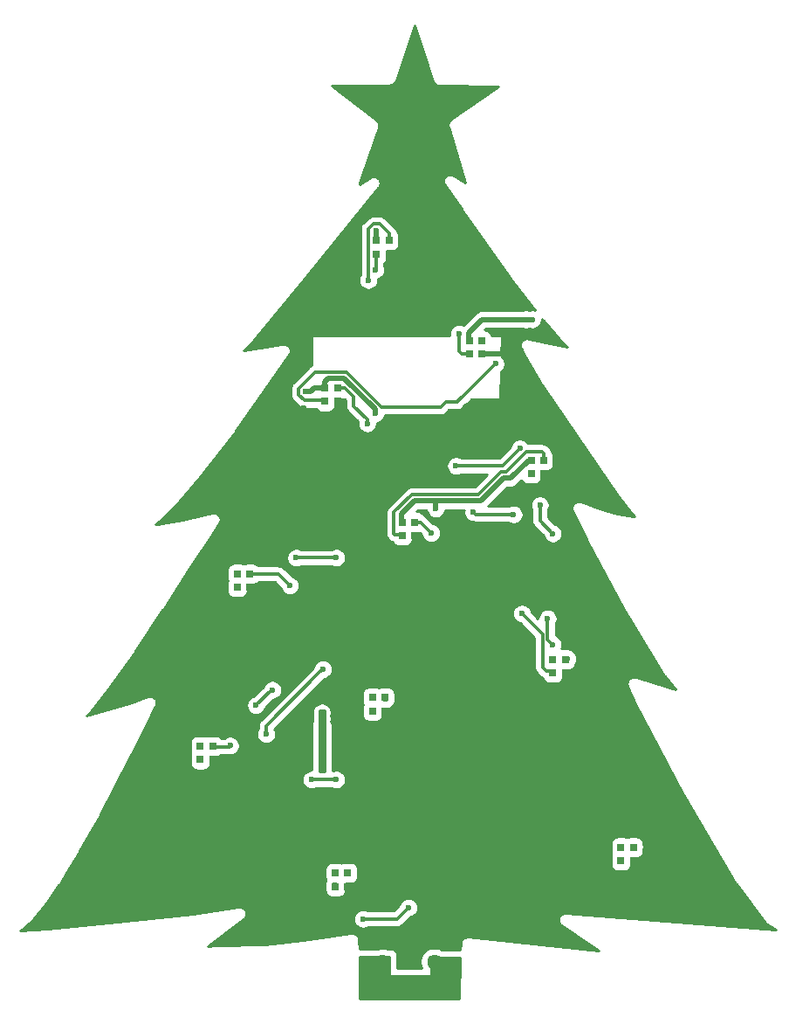
<source format=gbr>
G04 #@! TF.GenerationSoftware,KiCad,Pcbnew,(5.1.5)-3*
G04 #@! TF.CreationDate,2020-12-18T10:23:58+02:00*
G04 #@! TF.ProjectId,voltlog christmas tree,766f6c74-6c6f-4672-9063-68726973746d,rev?*
G04 #@! TF.SameCoordinates,Original*
G04 #@! TF.FileFunction,Copper,L2,Bot*
G04 #@! TF.FilePolarity,Positive*
%FSLAX46Y46*%
G04 Gerber Fmt 4.6, Leading zero omitted, Abs format (unit mm)*
G04 Created by KiCad (PCBNEW (5.1.5)-3) date 2020-12-18 10:23:58*
%MOMM*%
%LPD*%
G04 APERTURE LIST*
%ADD10R,0.700000X0.800000*%
%ADD11O,1.200000X1.900000*%
%ADD12C,1.450000*%
%ADD13C,0.600000*%
%ADD14C,1.600000*%
%ADD15C,0.500000*%
%ADD16C,0.800000*%
%ADD17C,0.300000*%
%ADD18C,0.254000*%
G04 APERTURE END LIST*
D10*
X131900000Y-129950000D03*
X131900000Y-128650000D03*
X133100000Y-128650000D03*
X133100000Y-129950000D03*
X159600000Y-127450000D03*
X159600000Y-126150000D03*
X160800000Y-126150000D03*
X160800000Y-127450000D03*
X118800000Y-117650000D03*
X118800000Y-116350000D03*
X120000000Y-116350000D03*
X120000000Y-117650000D03*
X135500000Y-112950000D03*
X135500000Y-111650000D03*
X136700000Y-111650000D03*
X136700000Y-112950000D03*
X153000000Y-109250000D03*
X153000000Y-107950000D03*
X154200000Y-107950000D03*
X154200000Y-109250000D03*
X122400000Y-100950000D03*
X122400000Y-99650000D03*
X123600000Y-99650000D03*
X123600000Y-100950000D03*
X138400000Y-95950000D03*
X138400000Y-94650000D03*
X139600000Y-94650000D03*
X139600000Y-95950000D03*
X150900000Y-89950000D03*
X150900000Y-88650000D03*
X152100000Y-88650000D03*
X152100000Y-89950000D03*
X130900000Y-82950000D03*
X130900000Y-81650000D03*
X132100000Y-81650000D03*
X132100000Y-82950000D03*
X144900000Y-78350000D03*
X144900000Y-77050000D03*
X146100000Y-77050000D03*
X146100000Y-78350000D03*
X135900000Y-68650000D03*
X135900000Y-67350000D03*
X137100000Y-67350000D03*
X137100000Y-68650000D03*
D11*
X142500000Y-139937500D03*
X135500000Y-139937500D03*
D12*
X141500000Y-137237500D03*
X136500000Y-137237500D03*
D13*
X137500000Y-91500000D03*
X136500000Y-91500000D03*
X134000000Y-70200000D03*
X144100000Y-68000000D03*
X138300000Y-118300000D03*
X139000000Y-117900000D03*
X139000000Y-118500000D03*
X140200000Y-118500000D03*
X140800000Y-118500000D03*
X140200000Y-117900000D03*
X139600000Y-117900000D03*
X139600000Y-118500000D03*
X138300000Y-119500000D03*
X138300000Y-118900000D03*
X139100000Y-127700000D03*
X139700000Y-127700000D03*
X140300000Y-127700000D03*
X139100000Y-128300000D03*
X139700000Y-128300000D03*
X140300000Y-128300000D03*
X141400000Y-135200000D03*
X142000000Y-135200000D03*
X142600000Y-135200000D03*
X143200000Y-135200000D03*
X143200000Y-135800000D03*
X142600000Y-135800000D03*
X142600000Y-134600000D03*
X143200000Y-134600000D03*
X142000000Y-134600000D03*
X142600000Y-134000000D03*
X143200000Y-134000000D03*
X142000000Y-134000000D03*
X132300000Y-113700000D03*
X115800000Y-118400000D03*
X128900000Y-129600000D03*
X156800000Y-128100000D03*
X150000000Y-110000000D03*
X154100000Y-90400000D03*
X131800000Y-84000000D03*
X132000000Y-84600000D03*
X128800000Y-84300000D03*
X128800000Y-83600000D03*
X126800000Y-83700000D03*
X126800000Y-83100000D03*
X124400000Y-84200000D03*
X124400000Y-83500000D03*
X125200000Y-82400000D03*
X124800000Y-83000000D03*
X125500000Y-83000000D03*
X120700000Y-103900000D03*
X123500000Y-129100000D03*
X133000000Y-100000000D03*
X155000000Y-103750000D03*
D14*
X139600000Y-51000000D03*
D13*
X148850000Y-81599998D03*
X140800000Y-117900000D03*
X159600000Y-126100000D03*
X131900000Y-128700000D03*
X118800000Y-116400000D03*
X122350000Y-99650000D03*
X150850000Y-88650000D03*
X135900000Y-66400000D03*
X130600000Y-117400000D03*
X130600000Y-113700000D03*
X130600000Y-114300000D03*
X130600000Y-118000000D03*
X130600000Y-118600000D03*
X130600000Y-113100000D03*
X151000000Y-75000000D03*
X150400000Y-75000000D03*
X129000000Y-82000000D03*
X135450000Y-111700000D03*
X152965373Y-108034627D03*
X141650000Y-93350000D03*
X135800000Y-84100000D03*
X129600000Y-119600000D03*
X132000000Y-119600000D03*
X152500000Y-104000000D03*
X153000000Y-106500000D03*
X135100000Y-71200000D03*
X143900000Y-76400010D03*
X135800000Y-70200000D03*
X147450000Y-79300000D03*
X146150000Y-77150000D03*
X135000000Y-85100000D03*
X150850000Y-89850000D03*
X149800002Y-87500000D03*
X143600000Y-89200000D03*
X141200000Y-95700000D03*
X132000000Y-98100000D03*
X128100000Y-98100000D03*
X122350000Y-100850000D03*
X150000000Y-103500000D03*
X127500000Y-100800000D03*
X154400000Y-107900000D03*
X135450000Y-112949998D03*
X136800000Y-111800000D03*
X125800000Y-110900000D03*
X124200000Y-112400000D03*
X118850000Y-117600000D03*
X121700000Y-116300000D03*
X159600000Y-127350000D03*
X160900000Y-126100000D03*
X139000000Y-132000000D03*
X131850000Y-129850000D03*
X134600000Y-133100000D03*
X151750000Y-93000000D03*
X153000000Y-95750000D03*
X145300000Y-93700000D03*
X149200000Y-93900000D03*
X125200000Y-115200000D03*
X130700000Y-108900000D03*
D15*
X146150000Y-78350000D02*
X148150000Y-78350000D01*
D16*
X130600000Y-117400000D02*
X130600000Y-114500000D01*
X130600000Y-117400000D02*
X130600000Y-118600000D01*
D15*
X146150000Y-75000000D02*
X151000000Y-75000000D01*
X144850000Y-77150000D02*
X144850000Y-76300000D01*
X144850000Y-76300000D02*
X146150000Y-75000000D01*
X135900000Y-67350000D02*
X135850000Y-67400000D01*
X135900000Y-66400000D02*
X135900000Y-67350000D01*
X138350000Y-93800000D02*
X138350000Y-94650000D01*
X139550000Y-92600000D02*
X138350000Y-93800000D01*
X150650000Y-88650000D02*
X148900000Y-90400000D01*
X150850000Y-88650000D02*
X150650000Y-88650000D01*
X148200000Y-90400000D02*
X146000000Y-92600000D01*
X148900000Y-90400000D02*
X148200000Y-90400000D01*
X146150000Y-75000000D02*
X145500000Y-75650000D01*
X141650000Y-93350000D02*
X141650000Y-92600000D01*
X141650000Y-92600000D02*
X139550000Y-92600000D01*
X146000000Y-92600000D02*
X142700000Y-92600000D01*
X142700000Y-92600000D02*
X141650000Y-92600000D01*
X135750001Y-84050001D02*
X135800000Y-84100000D01*
X135750001Y-83701459D02*
X135750001Y-84050001D01*
X132748542Y-80700000D02*
X135750001Y-83701459D01*
X131200000Y-80700000D02*
X132748542Y-80700000D01*
X129500000Y-82000000D02*
X129850000Y-81650000D01*
X129850000Y-81650000D02*
X130850000Y-81650000D01*
X129000000Y-82000000D02*
X129500000Y-82000000D01*
X130850000Y-81650000D02*
X130850000Y-81050000D01*
X130850000Y-81050000D02*
X131200000Y-80700000D01*
D17*
X129600000Y-119600000D02*
X132000000Y-119600000D01*
X152500000Y-104000000D02*
X152500000Y-106000000D01*
X152500000Y-106000000D02*
X153000000Y-106500000D01*
X137150000Y-67400000D02*
X137150000Y-66687998D01*
X135587999Y-65749999D02*
X135100000Y-66237998D01*
X137150000Y-66687998D02*
X136212001Y-65749999D01*
X136212001Y-65749999D02*
X135587999Y-65749999D01*
X135100000Y-66237998D02*
X135100000Y-71200000D01*
X144150000Y-78350000D02*
X143900000Y-78100000D01*
X143900000Y-78100000D02*
X143900000Y-76824274D01*
X144850000Y-78350000D02*
X144150000Y-78350000D01*
X143900000Y-76824274D02*
X143900000Y-76400010D01*
X135850000Y-68600000D02*
X135850000Y-70150000D01*
X135850000Y-70150000D02*
X135800000Y-70200000D01*
X132850000Y-81650000D02*
X133700000Y-82500000D01*
X132150000Y-81650000D02*
X132850000Y-81650000D01*
X133700000Y-82500000D02*
X133700000Y-83400000D01*
X133700000Y-83400000D02*
X135000000Y-84700000D01*
X135000000Y-84700000D02*
X135000000Y-85100000D01*
X148100002Y-89200000D02*
X144024264Y-89200000D01*
X144024264Y-89200000D02*
X143600000Y-89200000D01*
X149800002Y-87500000D02*
X148100002Y-89200000D01*
X139650000Y-94650000D02*
X140150000Y-94650000D01*
X140150000Y-94650000D02*
X141200000Y-95700000D01*
X132000000Y-98100000D02*
X128100000Y-98100000D01*
X123650000Y-99650000D02*
X124350000Y-99650000D01*
X152400000Y-109100000D02*
X153100000Y-109100000D01*
X152000000Y-105500000D02*
X152000000Y-108700000D01*
X152000000Y-108700000D02*
X152400000Y-109100000D01*
X150000000Y-103500000D02*
X152000000Y-105500000D01*
X126350000Y-99650000D02*
X127500000Y-100800000D01*
X123650000Y-99650000D02*
X126350000Y-99650000D01*
X125800000Y-110900000D02*
X125700000Y-110900000D01*
X125700000Y-110900000D02*
X124200000Y-112400000D01*
X120150000Y-116400000D02*
X121600000Y-116400000D01*
X121600000Y-116400000D02*
X121700000Y-116300000D01*
X139000000Y-132000000D02*
X137900000Y-133100000D01*
X135024264Y-133100000D02*
X134600000Y-133100000D01*
X137900000Y-133100000D02*
X135024264Y-133100000D01*
X151750000Y-93000000D02*
X151750000Y-94500000D01*
X151750000Y-94500000D02*
X153000000Y-95750000D01*
X145500000Y-93900000D02*
X145300000Y-93700000D01*
X149200000Y-93900000D02*
X145500000Y-93900000D01*
X125200000Y-114400000D02*
X130400001Y-109199999D01*
X125200000Y-115200000D02*
X125200000Y-114400000D01*
X130400001Y-109199999D02*
X130700000Y-108900000D01*
X142600000Y-83000000D02*
X142100000Y-83500000D01*
X144150000Y-82600000D02*
X144100000Y-82600000D01*
X132997074Y-80099989D02*
X129938009Y-80099989D01*
X128349999Y-82312001D02*
X128887998Y-82850000D01*
X129938009Y-80099989D02*
X128349999Y-81687999D01*
X128887998Y-82850000D02*
X130850000Y-82850000D01*
X128349999Y-81687999D02*
X128349999Y-82312001D01*
X136397085Y-83500000D02*
X132997074Y-80099989D01*
X143700000Y-83000000D02*
X142600000Y-83000000D01*
X142100000Y-83500000D02*
X136397085Y-83500000D01*
X144100000Y-82600000D02*
X143700000Y-83000000D01*
X147450000Y-79300000D02*
X144150000Y-82600000D01*
X137650000Y-95850000D02*
X138350000Y-95850000D01*
X137599999Y-95799999D02*
X137650000Y-95850000D01*
X137599999Y-93701459D02*
X137599999Y-95799999D01*
X139301468Y-91999990D02*
X137599999Y-93701459D01*
X147951468Y-89799990D02*
X145751468Y-91999990D01*
X145751468Y-91999990D02*
X139301468Y-91999990D01*
X152150000Y-88000000D02*
X151950000Y-87800000D01*
X152150000Y-88650000D02*
X152150000Y-88000000D01*
X148450010Y-89799990D02*
X147951468Y-89799990D01*
X151950000Y-87800000D02*
X150450000Y-87800000D01*
X150450000Y-87800000D02*
X148450010Y-89799990D01*
D18*
G36*
X141369197Y-51894489D02*
G01*
X141383948Y-51945567D01*
X141404328Y-51984956D01*
X141422232Y-52025592D01*
X141434155Y-52042602D01*
X141443692Y-52061034D01*
X141471373Y-52095700D01*
X141496854Y-52132052D01*
X141511865Y-52146408D01*
X141524816Y-52162627D01*
X141558724Y-52191223D01*
X141590810Y-52221909D01*
X141608335Y-52233062D01*
X141624201Y-52246442D01*
X141663041Y-52267876D01*
X141700492Y-52291709D01*
X141719854Y-52299228D01*
X141738028Y-52309257D01*
X141780305Y-52322702D01*
X141821684Y-52338771D01*
X141842137Y-52342367D01*
X141861921Y-52348659D01*
X141906019Y-52353599D01*
X141949728Y-52361284D01*
X142002937Y-52360098D01*
X147751222Y-52437060D01*
X143129244Y-55603971D01*
X143077821Y-55638543D01*
X143052794Y-55663712D01*
X143025613Y-55686555D01*
X143007066Y-55709700D01*
X142986152Y-55730733D01*
X142966512Y-55760308D01*
X142944315Y-55788008D01*
X142930639Y-55814328D01*
X142914231Y-55839036D01*
X142900741Y-55871868D01*
X142884371Y-55903372D01*
X142876092Y-55931857D01*
X142864820Y-55959290D01*
X142857993Y-55994127D01*
X142848086Y-56028214D01*
X142845524Y-56057761D01*
X142839819Y-56086871D01*
X142839920Y-56122375D01*
X142836853Y-56157736D01*
X142840104Y-56187213D01*
X142840188Y-56216878D01*
X142847213Y-56251678D01*
X142851104Y-56286960D01*
X142869804Y-56346114D01*
X144533715Y-61775723D01*
X143433734Y-61062223D01*
X143405612Y-61040211D01*
X143350404Y-61012322D01*
X143295421Y-60983889D01*
X143292385Y-60983013D01*
X143289570Y-60981591D01*
X143229985Y-60965009D01*
X143170508Y-60947849D01*
X143167362Y-60947582D01*
X143164321Y-60946736D01*
X143102659Y-60942098D01*
X143040966Y-60936869D01*
X143037825Y-60937222D01*
X143034679Y-60936985D01*
X142973250Y-60944472D01*
X142911769Y-60951374D01*
X142908763Y-60952331D01*
X142905626Y-60952713D01*
X142846778Y-60972060D01*
X142787883Y-60990805D01*
X142785123Y-60992329D01*
X142782121Y-60993316D01*
X142728216Y-61023751D01*
X142674072Y-61053647D01*
X142671659Y-61055683D01*
X142668910Y-61057235D01*
X142622000Y-61097582D01*
X142574707Y-61137484D01*
X142572738Y-61139951D01*
X142570343Y-61142011D01*
X142532207Y-61190734D01*
X142493607Y-61239097D01*
X142492156Y-61241903D01*
X142490211Y-61244388D01*
X142462332Y-61299576D01*
X142433889Y-61354579D01*
X142433013Y-61357615D01*
X142431591Y-61360430D01*
X142415009Y-61420015D01*
X142397849Y-61479492D01*
X142397582Y-61482638D01*
X142396736Y-61485679D01*
X142392098Y-61547341D01*
X142386869Y-61609034D01*
X142387222Y-61612175D01*
X142386985Y-61615321D01*
X142394472Y-61676750D01*
X142401374Y-61738231D01*
X142402331Y-61741237D01*
X142402713Y-61744374D01*
X142422060Y-61803222D01*
X142440805Y-61862117D01*
X142442329Y-61864877D01*
X142443316Y-61867879D01*
X142473750Y-61921782D01*
X142503647Y-61975928D01*
X142526676Y-62003222D01*
X144142122Y-64304012D01*
X144142895Y-64305365D01*
X144160658Y-64330411D01*
X144178476Y-64355788D01*
X144179502Y-64356981D01*
X149152058Y-71368285D01*
X149160545Y-71381626D01*
X149170787Y-71394693D01*
X149180403Y-71408252D01*
X149190784Y-71420207D01*
X151301104Y-74112685D01*
X151272729Y-74100932D01*
X151092089Y-74065000D01*
X150907911Y-74065000D01*
X150727271Y-74100932D01*
X150700000Y-74112228D01*
X150672729Y-74100932D01*
X150492089Y-74065000D01*
X150307911Y-74065000D01*
X150127271Y-74100932D01*
X150093308Y-74115000D01*
X146193469Y-74115000D01*
X146150000Y-74110719D01*
X146106531Y-74115000D01*
X146106523Y-74115000D01*
X145976510Y-74127805D01*
X145809686Y-74178411D01*
X145655941Y-74260589D01*
X145554953Y-74343468D01*
X145554951Y-74343470D01*
X145521183Y-74371183D01*
X145493470Y-74404951D01*
X144331652Y-75566770D01*
X144172729Y-75500942D01*
X143992089Y-75465010D01*
X143807911Y-75465010D01*
X143627271Y-75500942D01*
X143457111Y-75571424D01*
X143303972Y-75673748D01*
X143173738Y-75803982D01*
X143071414Y-75957121D01*
X143000932Y-76127281D01*
X142965000Y-76307921D01*
X142965000Y-76492099D01*
X142981092Y-76573000D01*
X129700000Y-76573000D01*
X129675224Y-76575440D01*
X129651399Y-76582667D01*
X129629443Y-76594403D01*
X129610197Y-76610197D01*
X129594403Y-76629443D01*
X129582667Y-76651399D01*
X129575440Y-76675224D01*
X129573000Y-76700000D01*
X129573000Y-79404988D01*
X129499776Y-79444127D01*
X129439568Y-79493539D01*
X129410196Y-79517644D01*
X129410193Y-79517647D01*
X129380245Y-79542225D01*
X129355667Y-79572173D01*
X127822189Y-81105652D01*
X127792235Y-81130235D01*
X127694137Y-81249767D01*
X127621245Y-81386140D01*
X127576358Y-81534113D01*
X127564999Y-81649439D01*
X127564999Y-81649446D01*
X127561202Y-81687999D01*
X127564999Y-81726552D01*
X127564999Y-82273448D01*
X127561202Y-82312001D01*
X127564999Y-82350554D01*
X127564999Y-82350562D01*
X127576358Y-82465888D01*
X127621245Y-82613861D01*
X127694138Y-82750234D01*
X127734689Y-82799645D01*
X127767654Y-82839813D01*
X127767658Y-82839817D01*
X127792236Y-82869765D01*
X127822184Y-82894343D01*
X128305655Y-83377815D01*
X128330234Y-83407764D01*
X128360182Y-83432342D01*
X128360185Y-83432345D01*
X128377751Y-83446761D01*
X128449765Y-83505862D01*
X128586138Y-83578754D01*
X128675762Y-83605941D01*
X128734110Y-83623641D01*
X128748488Y-83625057D01*
X128849437Y-83635000D01*
X128849444Y-83635000D01*
X128887997Y-83638797D01*
X128926550Y-83635000D01*
X129982317Y-83635000D01*
X130019463Y-83704494D01*
X130098815Y-83801185D01*
X130195506Y-83880537D01*
X130305820Y-83939502D01*
X130425518Y-83975812D01*
X130550000Y-83988072D01*
X131250000Y-83988072D01*
X131374482Y-83975812D01*
X131494180Y-83939502D01*
X131604494Y-83880537D01*
X131701185Y-83801185D01*
X131780537Y-83704494D01*
X131839502Y-83594180D01*
X131875812Y-83474482D01*
X131888072Y-83350000D01*
X131888072Y-82727000D01*
X132816843Y-82727000D01*
X132915000Y-82825157D01*
X132915000Y-83361447D01*
X132911203Y-83400000D01*
X132915000Y-83438553D01*
X132915000Y-83438561D01*
X132920393Y-83493308D01*
X132926359Y-83553886D01*
X132971246Y-83701859D01*
X132975431Y-83709688D01*
X133044139Y-83838233D01*
X133078858Y-83880537D01*
X133117655Y-83927812D01*
X133117659Y-83927816D01*
X133142237Y-83957764D01*
X133172185Y-83982342D01*
X134087026Y-84897183D01*
X134065000Y-85007911D01*
X134065000Y-85192089D01*
X134100932Y-85372729D01*
X134171414Y-85542889D01*
X134273738Y-85696028D01*
X134403972Y-85826262D01*
X134557111Y-85928586D01*
X134727271Y-85999068D01*
X134907911Y-86035000D01*
X135092089Y-86035000D01*
X135272729Y-85999068D01*
X135442889Y-85928586D01*
X135596028Y-85826262D01*
X135726262Y-85696028D01*
X135828586Y-85542889D01*
X135899068Y-85372729D01*
X135935000Y-85192089D01*
X135935000Y-85026464D01*
X136072729Y-84999068D01*
X136242889Y-84928586D01*
X136396028Y-84826262D01*
X136526262Y-84696028D01*
X136628586Y-84542889D01*
X136699068Y-84372729D01*
X136716519Y-84285000D01*
X142061447Y-84285000D01*
X142100000Y-84288797D01*
X142138553Y-84285000D01*
X142138561Y-84285000D01*
X142253887Y-84273641D01*
X142401860Y-84228754D01*
X142538233Y-84155862D01*
X142657764Y-84057764D01*
X142682347Y-84027810D01*
X142925156Y-83785000D01*
X143661447Y-83785000D01*
X143700000Y-83788797D01*
X143738553Y-83785000D01*
X143738561Y-83785000D01*
X143853887Y-83773641D01*
X144001860Y-83728754D01*
X144138233Y-83655862D01*
X144257764Y-83557764D01*
X144282347Y-83527810D01*
X144515326Y-83294831D01*
X144588233Y-83255862D01*
X144707764Y-83157764D01*
X144732347Y-83127810D01*
X145133157Y-82727000D01*
X147800000Y-82727000D01*
X147822662Y-82724962D01*
X147846605Y-82718139D01*
X147868758Y-82706777D01*
X147888268Y-82691312D01*
X147904386Y-82672337D01*
X147916492Y-82650582D01*
X147924122Y-82626884D01*
X147926982Y-82602152D01*
X147969778Y-80077211D01*
X148046028Y-80026262D01*
X148176262Y-79896028D01*
X148278586Y-79742889D01*
X148349068Y-79572729D01*
X148385000Y-79392089D01*
X148385000Y-79207911D01*
X148349068Y-79027271D01*
X148278586Y-78857111D01*
X148176262Y-78703972D01*
X148046028Y-78573738D01*
X147995829Y-78540196D01*
X148026982Y-76702152D01*
X148024560Y-76675224D01*
X148017333Y-76651399D01*
X148005597Y-76629443D01*
X147989803Y-76610197D01*
X147970557Y-76594403D01*
X147948601Y-76582667D01*
X147924776Y-76575440D01*
X147900000Y-76573000D01*
X147080488Y-76573000D01*
X147075812Y-76525518D01*
X147039502Y-76405820D01*
X146980537Y-76295506D01*
X146901185Y-76198815D01*
X146804494Y-76119463D01*
X146694180Y-76060498D01*
X146574482Y-76024188D01*
X146450000Y-76011928D01*
X146389651Y-76011928D01*
X146516579Y-75885000D01*
X150093308Y-75885000D01*
X150127271Y-75899068D01*
X150307911Y-75935000D01*
X150492089Y-75935000D01*
X150672729Y-75899068D01*
X150700000Y-75887772D01*
X150727271Y-75899068D01*
X150907911Y-75935000D01*
X151092089Y-75935000D01*
X151272729Y-75899068D01*
X151442889Y-75828586D01*
X151596028Y-75726262D01*
X151726262Y-75596028D01*
X151828586Y-75442889D01*
X151899068Y-75272729D01*
X151935000Y-75092089D01*
X151935000Y-74921449D01*
X152070948Y-75094900D01*
X152080688Y-75108614D01*
X152090911Y-75120371D01*
X152100541Y-75132657D01*
X152112188Y-75144839D01*
X154081964Y-77410083D01*
X154102108Y-77438096D01*
X154148144Y-77481071D01*
X154194065Y-77524444D01*
X154223296Y-77542792D01*
X154404521Y-77681375D01*
X150670736Y-76861765D01*
X150637303Y-76851176D01*
X150575207Y-76844295D01*
X150513087Y-76836936D01*
X150510578Y-76837133D01*
X150508086Y-76836857D01*
X150445837Y-76842222D01*
X150383479Y-76847124D01*
X150381063Y-76847805D01*
X150378559Y-76848021D01*
X150318484Y-76865448D01*
X150258349Y-76882401D01*
X150256112Y-76883540D01*
X150253697Y-76884241D01*
X150198138Y-76913072D01*
X150142504Y-76941412D01*
X150140534Y-76942965D01*
X150138300Y-76944124D01*
X150089443Y-76983234D01*
X150040398Y-77021890D01*
X150038767Y-77023800D01*
X150036805Y-77025370D01*
X149996522Y-77073251D01*
X149955955Y-77120740D01*
X149954729Y-77122928D01*
X149953109Y-77124854D01*
X149922946Y-77179666D01*
X149892418Y-77234165D01*
X149891641Y-77236555D01*
X149890430Y-77238756D01*
X149871558Y-77298343D01*
X149852230Y-77357807D01*
X149851934Y-77360302D01*
X149851176Y-77362697D01*
X149844297Y-77424775D01*
X149836936Y-77486913D01*
X149837133Y-77489422D01*
X149836857Y-77491914D01*
X149842222Y-77554163D01*
X149847124Y-77616521D01*
X149847805Y-77618937D01*
X149848021Y-77621441D01*
X149865438Y-77681481D01*
X149882401Y-77741651D01*
X149898319Y-77772901D01*
X150071276Y-78205291D01*
X150076760Y-78226707D01*
X150095364Y-78265513D01*
X150099246Y-78275217D01*
X150109369Y-78294725D01*
X150118881Y-78314565D01*
X150124306Y-78323510D01*
X150144124Y-78361699D01*
X150157937Y-78378955D01*
X151978085Y-81379740D01*
X151986580Y-81395265D01*
X151994866Y-81407406D01*
X152002506Y-81420002D01*
X152013147Y-81434194D01*
X159198878Y-91963287D01*
X159210545Y-91981626D01*
X159217110Y-91990003D01*
X159223128Y-91998820D01*
X159237122Y-92015535D01*
X160677089Y-93852736D01*
X160712788Y-93899942D01*
X160741393Y-93925385D01*
X160767873Y-93953082D01*
X160816437Y-93987132D01*
X160964512Y-94094823D01*
X160291624Y-94044979D01*
X158912889Y-93759723D01*
X157311801Y-93274546D01*
X155752890Y-92689954D01*
X155714306Y-92672388D01*
X155660579Y-92659759D01*
X155607243Y-92645536D01*
X155597375Y-92644901D01*
X155587747Y-92642638D01*
X155532576Y-92640733D01*
X155477504Y-92637190D01*
X155467702Y-92638492D01*
X155457817Y-92638151D01*
X155403336Y-92647045D01*
X155348628Y-92654314D01*
X155339269Y-92657504D01*
X155329508Y-92659097D01*
X155277816Y-92678447D01*
X155225569Y-92696252D01*
X155217010Y-92701208D01*
X155207749Y-92704674D01*
X155160820Y-92733739D01*
X155113057Y-92761392D01*
X155105632Y-92767919D01*
X155097222Y-92773128D01*
X155056858Y-92810797D01*
X155015415Y-92847230D01*
X155009405Y-92855082D01*
X155002174Y-92861830D01*
X154969943Y-92906638D01*
X154936395Y-92950467D01*
X154932031Y-92959342D01*
X154926257Y-92967370D01*
X154903385Y-93017608D01*
X154879034Y-93067138D01*
X154876486Y-93076692D01*
X154872388Y-93085694D01*
X154859756Y-93139430D01*
X154845536Y-93192757D01*
X154844901Y-93202625D01*
X154842638Y-93212253D01*
X154840733Y-93267424D01*
X154837190Y-93322496D01*
X154838492Y-93332298D01*
X154838151Y-93342183D01*
X154847045Y-93396664D01*
X154854314Y-93451372D01*
X154857504Y-93460731D01*
X154859097Y-93470492D01*
X154878446Y-93522182D01*
X154896252Y-93574431D01*
X154917497Y-93611127D01*
X156248671Y-96322780D01*
X156253391Y-96334092D01*
X156262930Y-96351826D01*
X156271825Y-96369946D01*
X156278296Y-96380394D01*
X159811625Y-102949401D01*
X159819142Y-102965047D01*
X159826964Y-102977919D01*
X159834104Y-102991193D01*
X159843792Y-103005610D01*
X163762239Y-109453689D01*
X163769882Y-109471383D01*
X163795910Y-109509097D01*
X163802813Y-109520456D01*
X163814348Y-109535812D01*
X163825225Y-109551573D01*
X163833786Y-109561691D01*
X163861330Y-109598360D01*
X163875701Y-109611226D01*
X164922331Y-110848154D01*
X164923477Y-110849864D01*
X161095931Y-109684959D01*
X161088072Y-109681013D01*
X161033836Y-109666061D01*
X161011152Y-109659157D01*
X161002578Y-109657443D01*
X160962738Y-109646460D01*
X160938971Y-109644730D01*
X160915608Y-109640061D01*
X160874287Y-109640023D01*
X160833074Y-109637024D01*
X160809428Y-109639964D01*
X160785601Y-109639942D01*
X160745072Y-109647965D01*
X160704059Y-109653064D01*
X160681437Y-109660562D01*
X160658068Y-109665188D01*
X160619884Y-109680964D01*
X160580652Y-109693967D01*
X160559925Y-109705736D01*
X160537910Y-109714831D01*
X160503540Y-109737750D01*
X160467596Y-109758159D01*
X160449567Y-109773742D01*
X160429745Y-109786960D01*
X160400501Y-109816151D01*
X160369236Y-109843174D01*
X160354592Y-109861976D01*
X160337732Y-109878806D01*
X160314744Y-109913141D01*
X160289352Y-109945744D01*
X160278662Y-109967033D01*
X160265403Y-109986837D01*
X160249550Y-110025012D01*
X160231013Y-110061928D01*
X160224682Y-110084893D01*
X160215541Y-110106904D01*
X160207442Y-110147427D01*
X160196460Y-110187262D01*
X160194730Y-110211029D01*
X160190061Y-110234392D01*
X160190023Y-110275713D01*
X160187024Y-110316926D01*
X160189964Y-110340572D01*
X160189942Y-110364399D01*
X160197965Y-110404928D01*
X160203064Y-110445941D01*
X160210562Y-110468562D01*
X160215188Y-110491932D01*
X160230964Y-110530116D01*
X160233718Y-110538426D01*
X160243359Y-110560118D01*
X160264831Y-110612090D01*
X160269708Y-110619404D01*
X160842235Y-111907590D01*
X160850073Y-111927017D01*
X160855390Y-111937188D01*
X160860051Y-111947676D01*
X160870398Y-111965899D01*
X165458310Y-120742775D01*
X165465824Y-120758851D01*
X165473306Y-120771463D01*
X165480109Y-120784478D01*
X165489845Y-120799343D01*
X170700520Y-129583054D01*
X170701399Y-129585485D01*
X170733606Y-129638827D01*
X170748904Y-129664615D01*
X170750433Y-129666697D01*
X170751760Y-129668894D01*
X170769602Y-129692790D01*
X170806589Y-129743137D01*
X170808500Y-129744884D01*
X173547432Y-133413098D01*
X173560049Y-133435067D01*
X173586222Y-133465049D01*
X173590551Y-133470847D01*
X173607559Y-133489491D01*
X173645546Y-133533007D01*
X173651306Y-133537448D01*
X173656215Y-133542829D01*
X173702778Y-133577130D01*
X173722710Y-133592496D01*
X173728832Y-133596322D01*
X173760889Y-133619937D01*
X173783835Y-133630699D01*
X174646346Y-134169769D01*
X154261643Y-132542821D01*
X154206214Y-132536837D01*
X154164580Y-132540544D01*
X154122777Y-132541319D01*
X154099969Y-132546297D01*
X154076719Y-132548367D01*
X154036602Y-132560127D01*
X153995759Y-132569041D01*
X153974362Y-132578372D01*
X153951960Y-132584939D01*
X153914912Y-132604298D01*
X153876589Y-132621010D01*
X153857419Y-132634340D01*
X153836734Y-132645148D01*
X153804173Y-132671363D01*
X153769848Y-132695230D01*
X153753653Y-132712036D01*
X153735467Y-132726678D01*
X153708641Y-132758748D01*
X153679637Y-132788847D01*
X153667031Y-132808492D01*
X153652052Y-132826399D01*
X153632000Y-132863084D01*
X153609424Y-132898265D01*
X153600891Y-132919995D01*
X153589695Y-132940478D01*
X153577188Y-132980361D01*
X153561906Y-133019278D01*
X153557776Y-133042259D01*
X153550792Y-133064529D01*
X153546305Y-133106086D01*
X153538910Y-133147237D01*
X153539343Y-133170578D01*
X153536837Y-133193786D01*
X153540544Y-133235424D01*
X153541319Y-133277223D01*
X153546297Y-133300031D01*
X153548367Y-133323281D01*
X153560127Y-133363398D01*
X153569041Y-133404241D01*
X153578372Y-133425638D01*
X153584939Y-133448040D01*
X153604298Y-133485088D01*
X153621010Y-133523411D01*
X153634340Y-133542581D01*
X153645148Y-133563266D01*
X153671363Y-133595827D01*
X153695230Y-133630152D01*
X153712036Y-133646347D01*
X153726678Y-133664533D01*
X153758746Y-133691357D01*
X153788847Y-133720363D01*
X153835796Y-133750490D01*
X157436841Y-136205748D01*
X144773045Y-134844050D01*
X144711144Y-134836901D01*
X144676079Y-134839761D01*
X144640899Y-134839446D01*
X144611447Y-134845031D01*
X144581566Y-134847468D01*
X144547729Y-134857115D01*
X144513167Y-134863669D01*
X144485370Y-134874893D01*
X144456540Y-134883112D01*
X144425240Y-134899172D01*
X144392615Y-134912345D01*
X144367541Y-134928777D01*
X144340869Y-134942462D01*
X144313300Y-134964322D01*
X144283876Y-134983605D01*
X144262488Y-135004613D01*
X144238999Y-135023239D01*
X144216229Y-135050052D01*
X144191127Y-135074709D01*
X144174249Y-135099487D01*
X144154845Y-135122336D01*
X144137742Y-135153080D01*
X144117935Y-135182157D01*
X144106215Y-135209752D01*
X144091642Y-135235947D01*
X144080867Y-135269432D01*
X144067111Y-135301819D01*
X144060999Y-135331174D01*
X144051817Y-135359706D01*
X144047781Y-135394650D01*
X144040608Y-135429098D01*
X144040051Y-135491430D01*
X144030411Y-136065000D01*
X142193164Y-136065000D01*
X142144201Y-136032284D01*
X141896697Y-135929764D01*
X141633948Y-135877500D01*
X141366052Y-135877500D01*
X141103303Y-135929764D01*
X140855799Y-136032284D01*
X140633051Y-136181119D01*
X140443619Y-136370551D01*
X140294784Y-136593299D01*
X140192264Y-136840803D01*
X140140000Y-137103552D01*
X140140000Y-137371448D01*
X140192264Y-137634197D01*
X140287866Y-137865000D01*
X137935000Y-137865000D01*
X137935000Y-136600000D01*
X137922799Y-136476118D01*
X137886664Y-136356996D01*
X137827983Y-136247213D01*
X137749013Y-136150987D01*
X137652787Y-136072017D01*
X137543004Y-136013336D01*
X137423882Y-135977201D01*
X137300000Y-135965000D01*
X136981764Y-135965000D01*
X136896697Y-135929764D01*
X136633948Y-135877500D01*
X136366052Y-135877500D01*
X136103303Y-135929764D01*
X136018236Y-135965000D01*
X134216488Y-135965000D01*
X134210384Y-135195887D01*
X134212413Y-135182153D01*
X134209869Y-135130985D01*
X134209721Y-135112345D01*
X134208260Y-135098630D01*
X134205957Y-135052305D01*
X134201389Y-135034112D01*
X134199402Y-135015459D01*
X134185590Y-134971196D01*
X134174294Y-134926210D01*
X134166261Y-134909252D01*
X134160676Y-134891353D01*
X134138497Y-134850640D01*
X134118639Y-134808717D01*
X134107455Y-134793655D01*
X134098483Y-134777186D01*
X134068786Y-134741581D01*
X134041132Y-134704339D01*
X134027222Y-134691746D01*
X134015211Y-134677346D01*
X133979136Y-134648216D01*
X133944750Y-134617087D01*
X133928656Y-134607453D01*
X133914062Y-134595669D01*
X133872991Y-134574134D01*
X133833199Y-134550315D01*
X133815531Y-134544005D01*
X133798922Y-134535296D01*
X133754445Y-134522188D01*
X133710765Y-134506588D01*
X133692208Y-134503846D01*
X133674216Y-134498544D01*
X133628030Y-134494365D01*
X133582153Y-134487587D01*
X133563418Y-134488518D01*
X133544737Y-134486828D01*
X133498624Y-134491740D01*
X133484840Y-134492425D01*
X133466385Y-134495174D01*
X133415459Y-134500598D01*
X133402214Y-134504731D01*
X128771067Y-135194477D01*
X125009288Y-135540957D01*
X120295638Y-135689810D01*
X120279684Y-135689517D01*
X120263235Y-135690833D01*
X120246766Y-135691353D01*
X120230965Y-135693415D01*
X119564606Y-135746724D01*
X122996262Y-133127829D01*
X123044280Y-133092382D01*
X123069761Y-133064393D01*
X123097463Y-133038584D01*
X123113426Y-133016430D01*
X123121181Y-133007911D01*
X133665000Y-133007911D01*
X133665000Y-133192089D01*
X133700932Y-133372729D01*
X133771414Y-133542889D01*
X133873738Y-133696028D01*
X134003972Y-133826262D01*
X134157111Y-133928586D01*
X134327271Y-133999068D01*
X134507911Y-134035000D01*
X134692089Y-134035000D01*
X134872729Y-133999068D01*
X135042889Y-133928586D01*
X135108120Y-133885000D01*
X137861447Y-133885000D01*
X137900000Y-133888797D01*
X137938553Y-133885000D01*
X137938561Y-133885000D01*
X138053887Y-133873641D01*
X138201860Y-133828754D01*
X138338233Y-133755862D01*
X138457764Y-133657764D01*
X138482347Y-133627810D01*
X139195784Y-132914373D01*
X139272729Y-132899068D01*
X139442889Y-132828586D01*
X139596028Y-132726262D01*
X139726262Y-132596028D01*
X139828586Y-132442889D01*
X139899068Y-132272729D01*
X139935000Y-132092089D01*
X139935000Y-131907911D01*
X139899068Y-131727271D01*
X139828586Y-131557111D01*
X139726262Y-131403972D01*
X139596028Y-131273738D01*
X139442889Y-131171414D01*
X139272729Y-131100932D01*
X139092089Y-131065000D01*
X138907911Y-131065000D01*
X138727271Y-131100932D01*
X138557111Y-131171414D01*
X138403972Y-131273738D01*
X138273738Y-131403972D01*
X138171414Y-131557111D01*
X138100932Y-131727271D01*
X138085627Y-131804216D01*
X137574843Y-132315000D01*
X135108120Y-132315000D01*
X135042889Y-132271414D01*
X134872729Y-132200932D01*
X134692089Y-132165000D01*
X134507911Y-132165000D01*
X134327271Y-132200932D01*
X134157111Y-132271414D01*
X134003972Y-132373738D01*
X133873738Y-132503972D01*
X133771414Y-132657111D01*
X133700932Y-132827271D01*
X133665000Y-133007911D01*
X123121181Y-133007911D01*
X123131802Y-132996246D01*
X123151336Y-132963820D01*
X123173467Y-132933106D01*
X123184799Y-132908270D01*
X123198888Y-132884882D01*
X123211719Y-132849270D01*
X123227434Y-132814828D01*
X123233704Y-132788251D01*
X123242957Y-132762571D01*
X123248595Y-132725137D01*
X123257288Y-132688293D01*
X123258253Y-132661016D01*
X123262320Y-132634013D01*
X123260546Y-132596190D01*
X123261884Y-132558366D01*
X123257508Y-132531423D01*
X123256229Y-132504147D01*
X123247110Y-132467397D01*
X123241043Y-132430039D01*
X123231495Y-132404467D01*
X123224919Y-132377964D01*
X123208808Y-132343704D01*
X123195568Y-132308243D01*
X123181212Y-132285021D01*
X123169594Y-132260315D01*
X123147111Y-132229858D01*
X123127205Y-132197659D01*
X123108596Y-132177685D01*
X123092381Y-132155720D01*
X123064388Y-132130236D01*
X123038582Y-132102537D01*
X123016429Y-132086575D01*
X122996244Y-132068198D01*
X122963816Y-132048663D01*
X122933104Y-132026533D01*
X122908271Y-132015203D01*
X122884881Y-132001112D01*
X122849261Y-131988278D01*
X122814826Y-131972566D01*
X122788258Y-131966298D01*
X122762570Y-131957042D01*
X122725127Y-131951403D01*
X122688292Y-131942712D01*
X122661017Y-131941747D01*
X122634012Y-131937680D01*
X122596190Y-131939454D01*
X122558364Y-131938116D01*
X122499449Y-131947684D01*
X118066927Y-132595131D01*
X111580485Y-133293671D01*
X103950875Y-134091539D01*
X101340760Y-134208409D01*
X101626123Y-134024962D01*
X101651578Y-134012332D01*
X101680672Y-133989895D01*
X101684170Y-133987646D01*
X101706339Y-133970100D01*
X101728733Y-133952830D01*
X101731762Y-133949979D01*
X101760570Y-133927179D01*
X101778982Y-133905537D01*
X102562240Y-133168353D01*
X102570495Y-133162843D01*
X102609494Y-133123880D01*
X102625948Y-133108393D01*
X102632441Y-133100952D01*
X102639421Y-133093979D01*
X102653749Y-133076536D01*
X102690012Y-133034983D01*
X102694956Y-133026371D01*
X103806367Y-131673349D01*
X103823612Y-131653089D01*
X103826905Y-131648347D01*
X103830576Y-131643878D01*
X103845394Y-131621723D01*
X105086177Y-129834997D01*
X105099265Y-129817366D01*
X105104631Y-129808422D01*
X105110596Y-129799833D01*
X105121318Y-129780611D01*
X106039684Y-128250000D01*
X130911928Y-128250000D01*
X130911928Y-129050000D01*
X130924188Y-129174482D01*
X130960498Y-129294180D01*
X130963609Y-129300000D01*
X130960498Y-129305820D01*
X130924188Y-129425518D01*
X130911928Y-129550000D01*
X130911928Y-130350000D01*
X130924188Y-130474482D01*
X130960498Y-130594180D01*
X131019463Y-130704494D01*
X131098815Y-130801185D01*
X131195506Y-130880537D01*
X131305820Y-130939502D01*
X131425518Y-130975812D01*
X131550000Y-130988072D01*
X132250000Y-130988072D01*
X132374482Y-130975812D01*
X132494180Y-130939502D01*
X132604494Y-130880537D01*
X132701185Y-130801185D01*
X132780537Y-130704494D01*
X132839502Y-130594180D01*
X132875812Y-130474482D01*
X132888072Y-130350000D01*
X132888072Y-129688072D01*
X133450000Y-129688072D01*
X133574482Y-129675812D01*
X133694180Y-129639502D01*
X133804494Y-129580537D01*
X133901185Y-129501185D01*
X133980537Y-129404494D01*
X134039502Y-129294180D01*
X134075812Y-129174482D01*
X134088072Y-129050000D01*
X134088072Y-128250000D01*
X134075812Y-128125518D01*
X134039502Y-128005820D01*
X133980537Y-127895506D01*
X133901185Y-127798815D01*
X133804494Y-127719463D01*
X133694180Y-127660498D01*
X133574482Y-127624188D01*
X133450000Y-127611928D01*
X132750000Y-127611928D01*
X132625518Y-127624188D01*
X132505820Y-127660498D01*
X132500000Y-127663609D01*
X132494180Y-127660498D01*
X132374482Y-127624188D01*
X132250000Y-127611928D01*
X131550000Y-127611928D01*
X131425518Y-127624188D01*
X131305820Y-127660498D01*
X131195506Y-127719463D01*
X131098815Y-127798815D01*
X131019463Y-127895506D01*
X130960498Y-128005820D01*
X130924188Y-128125518D01*
X130911928Y-128250000D01*
X106039684Y-128250000D01*
X107051065Y-126564367D01*
X107053118Y-126561539D01*
X107067739Y-126536577D01*
X107082624Y-126511768D01*
X107084120Y-126508609D01*
X107528448Y-125750000D01*
X158611928Y-125750000D01*
X158611928Y-126550000D01*
X158624188Y-126674482D01*
X158660498Y-126794180D01*
X158663609Y-126800000D01*
X158660498Y-126805820D01*
X158624188Y-126925518D01*
X158611928Y-127050000D01*
X158611928Y-127850000D01*
X158624188Y-127974482D01*
X158660498Y-128094180D01*
X158719463Y-128204494D01*
X158798815Y-128301185D01*
X158895506Y-128380537D01*
X159005820Y-128439502D01*
X159125518Y-128475812D01*
X159250000Y-128488072D01*
X159950000Y-128488072D01*
X160074482Y-128475812D01*
X160194180Y-128439502D01*
X160304494Y-128380537D01*
X160401185Y-128301185D01*
X160480537Y-128204494D01*
X160539502Y-128094180D01*
X160575812Y-127974482D01*
X160588072Y-127850000D01*
X160588072Y-127188072D01*
X161150000Y-127188072D01*
X161274482Y-127175812D01*
X161394180Y-127139502D01*
X161504494Y-127080537D01*
X161601185Y-127001185D01*
X161680537Y-126904494D01*
X161739502Y-126794180D01*
X161775812Y-126674482D01*
X161788072Y-126550000D01*
X161788072Y-126399276D01*
X161799068Y-126372729D01*
X161835000Y-126192089D01*
X161835000Y-126007911D01*
X161799068Y-125827271D01*
X161788072Y-125800724D01*
X161788072Y-125750000D01*
X161775812Y-125625518D01*
X161739502Y-125505820D01*
X161680537Y-125395506D01*
X161601185Y-125298815D01*
X161504494Y-125219463D01*
X161394180Y-125160498D01*
X161274482Y-125124188D01*
X161150000Y-125111928D01*
X160450000Y-125111928D01*
X160325518Y-125124188D01*
X160205820Y-125160498D01*
X160200000Y-125163609D01*
X160194180Y-125160498D01*
X160074482Y-125124188D01*
X159950000Y-125111928D01*
X159250000Y-125111928D01*
X159125518Y-125124188D01*
X159005820Y-125160498D01*
X158895506Y-125219463D01*
X158798815Y-125298815D01*
X158719463Y-125395506D01*
X158660498Y-125505820D01*
X158624188Y-125625518D01*
X158611928Y-125750000D01*
X107528448Y-125750000D01*
X109113233Y-123044271D01*
X109123976Y-123027417D01*
X109129599Y-123016328D01*
X109135887Y-123005593D01*
X109144253Y-122987431D01*
X110908749Y-119507911D01*
X128665000Y-119507911D01*
X128665000Y-119692089D01*
X128700932Y-119872729D01*
X128771414Y-120042889D01*
X128873738Y-120196028D01*
X129003972Y-120326262D01*
X129157111Y-120428586D01*
X129327271Y-120499068D01*
X129507911Y-120535000D01*
X129692089Y-120535000D01*
X129872729Y-120499068D01*
X130042889Y-120428586D01*
X130108120Y-120385000D01*
X131491880Y-120385000D01*
X131557111Y-120428586D01*
X131727271Y-120499068D01*
X131907911Y-120535000D01*
X132092089Y-120535000D01*
X132272729Y-120499068D01*
X132442889Y-120428586D01*
X132596028Y-120326262D01*
X132726262Y-120196028D01*
X132828586Y-120042889D01*
X132899068Y-119872729D01*
X132935000Y-119692089D01*
X132935000Y-119507911D01*
X132899068Y-119327271D01*
X132828586Y-119157111D01*
X132726262Y-119003972D01*
X132596028Y-118873738D01*
X132442889Y-118771414D01*
X132272729Y-118700932D01*
X132092089Y-118665000D01*
X131907911Y-118665000D01*
X131727271Y-118700932D01*
X131625932Y-118742908D01*
X131635000Y-118650838D01*
X131635000Y-114449162D01*
X131620024Y-114297105D01*
X131560841Y-114102007D01*
X131495869Y-113980452D01*
X131499068Y-113972729D01*
X131535000Y-113792089D01*
X131535000Y-113607911D01*
X131499068Y-113427271D01*
X131487772Y-113400000D01*
X131499068Y-113372729D01*
X131535000Y-113192089D01*
X131535000Y-113007911D01*
X131499068Y-112827271D01*
X131428586Y-112657111D01*
X131326262Y-112503972D01*
X131196028Y-112373738D01*
X131042889Y-112271414D01*
X130872729Y-112200932D01*
X130692089Y-112165000D01*
X130507911Y-112165000D01*
X130327271Y-112200932D01*
X130157111Y-112271414D01*
X130003972Y-112373738D01*
X129873738Y-112503972D01*
X129771414Y-112657111D01*
X129700932Y-112827271D01*
X129665000Y-113007911D01*
X129665000Y-113192089D01*
X129700932Y-113372729D01*
X129712228Y-113400000D01*
X129700932Y-113427271D01*
X129665000Y-113607911D01*
X129665000Y-113792089D01*
X129700932Y-113972729D01*
X129704132Y-113980453D01*
X129639160Y-114102007D01*
X129579977Y-114297105D01*
X129565001Y-114449162D01*
X129565000Y-117349162D01*
X129565000Y-117349163D01*
X129565001Y-118650838D01*
X129566396Y-118665000D01*
X129507911Y-118665000D01*
X129327271Y-118700932D01*
X129157111Y-118771414D01*
X129003972Y-118873738D01*
X128873738Y-119003972D01*
X128771414Y-119157111D01*
X128700932Y-119327271D01*
X128665000Y-119507911D01*
X110908749Y-119507911D01*
X112712998Y-115950000D01*
X117811928Y-115950000D01*
X117811928Y-116750000D01*
X117824188Y-116874482D01*
X117860498Y-116994180D01*
X117863609Y-117000000D01*
X117860498Y-117005820D01*
X117824188Y-117125518D01*
X117811928Y-117250000D01*
X117811928Y-118050000D01*
X117824188Y-118174482D01*
X117860498Y-118294180D01*
X117919463Y-118404494D01*
X117998815Y-118501185D01*
X118095506Y-118580537D01*
X118205820Y-118639502D01*
X118325518Y-118675812D01*
X118450000Y-118688072D01*
X119150000Y-118688072D01*
X119274482Y-118675812D01*
X119394180Y-118639502D01*
X119504494Y-118580537D01*
X119601185Y-118501185D01*
X119680537Y-118404494D01*
X119739502Y-118294180D01*
X119775812Y-118174482D01*
X119788072Y-118050000D01*
X119788072Y-117388072D01*
X120350000Y-117388072D01*
X120474482Y-117375812D01*
X120594180Y-117339502D01*
X120704494Y-117280537D01*
X120801185Y-117201185D01*
X120814468Y-117185000D01*
X121393308Y-117185000D01*
X121427271Y-117199068D01*
X121607911Y-117235000D01*
X121792089Y-117235000D01*
X121972729Y-117199068D01*
X122142889Y-117128586D01*
X122296028Y-117026262D01*
X122426262Y-116896028D01*
X122528586Y-116742889D01*
X122599068Y-116572729D01*
X122635000Y-116392089D01*
X122635000Y-116207911D01*
X122599068Y-116027271D01*
X122528586Y-115857111D01*
X122426262Y-115703972D01*
X122296028Y-115573738D01*
X122142889Y-115471414D01*
X121972729Y-115400932D01*
X121792089Y-115365000D01*
X121607911Y-115365000D01*
X121427271Y-115400932D01*
X121257111Y-115471414D01*
X121103972Y-115573738D01*
X121062710Y-115615000D01*
X120890957Y-115615000D01*
X120880537Y-115595506D01*
X120801185Y-115498815D01*
X120704494Y-115419463D01*
X120594180Y-115360498D01*
X120474482Y-115324188D01*
X120350000Y-115311928D01*
X119650000Y-115311928D01*
X119525518Y-115324188D01*
X119405820Y-115360498D01*
X119400000Y-115363609D01*
X119394180Y-115360498D01*
X119274482Y-115324188D01*
X119150000Y-115311928D01*
X118450000Y-115311928D01*
X118325518Y-115324188D01*
X118205820Y-115360498D01*
X118095506Y-115419463D01*
X117998815Y-115498815D01*
X117919463Y-115595506D01*
X117860498Y-115705820D01*
X117824188Y-115825518D01*
X117811928Y-115950000D01*
X112712998Y-115950000D01*
X113140029Y-115107911D01*
X124265000Y-115107911D01*
X124265000Y-115292089D01*
X124300932Y-115472729D01*
X124371414Y-115642889D01*
X124473738Y-115796028D01*
X124603972Y-115926262D01*
X124757111Y-116028586D01*
X124927271Y-116099068D01*
X125107911Y-116135000D01*
X125292089Y-116135000D01*
X125472729Y-116099068D01*
X125642889Y-116028586D01*
X125796028Y-115926262D01*
X125926262Y-115796028D01*
X126028586Y-115642889D01*
X126099068Y-115472729D01*
X126135000Y-115292089D01*
X126135000Y-115107911D01*
X126099068Y-114927271D01*
X126028586Y-114757111D01*
X125998329Y-114711828D01*
X129460157Y-111250000D01*
X134511928Y-111250000D01*
X134511928Y-112050000D01*
X134524188Y-112174482D01*
X134560498Y-112294180D01*
X134563609Y-112300000D01*
X134560498Y-112305820D01*
X134524188Y-112425518D01*
X134511928Y-112550000D01*
X134511928Y-113350000D01*
X134524188Y-113474482D01*
X134560498Y-113594180D01*
X134619463Y-113704494D01*
X134698815Y-113801185D01*
X134795506Y-113880537D01*
X134905820Y-113939502D01*
X135025518Y-113975812D01*
X135150000Y-113988072D01*
X135850000Y-113988072D01*
X135974482Y-113975812D01*
X136094180Y-113939502D01*
X136204494Y-113880537D01*
X136301185Y-113801185D01*
X136380537Y-113704494D01*
X136439502Y-113594180D01*
X136475812Y-113474482D01*
X136488072Y-113350000D01*
X136488072Y-112688072D01*
X136500724Y-112688072D01*
X136527271Y-112699068D01*
X136707911Y-112735000D01*
X136892089Y-112735000D01*
X137072729Y-112699068D01*
X137114647Y-112681705D01*
X137174482Y-112675812D01*
X137294180Y-112639502D01*
X137404494Y-112580537D01*
X137501185Y-112501185D01*
X137580537Y-112404494D01*
X137639502Y-112294180D01*
X137675812Y-112174482D01*
X137681705Y-112114647D01*
X137699068Y-112072729D01*
X137735000Y-111892089D01*
X137735000Y-111707911D01*
X137699068Y-111527271D01*
X137688072Y-111500724D01*
X137688072Y-111250000D01*
X137675812Y-111125518D01*
X137639502Y-111005820D01*
X137580537Y-110895506D01*
X137501185Y-110798815D01*
X137404494Y-110719463D01*
X137294180Y-110660498D01*
X137174482Y-110624188D01*
X137050000Y-110611928D01*
X136350000Y-110611928D01*
X136225518Y-110624188D01*
X136105820Y-110660498D01*
X136100000Y-110663609D01*
X136094180Y-110660498D01*
X135974482Y-110624188D01*
X135850000Y-110611928D01*
X135150000Y-110611928D01*
X135025518Y-110624188D01*
X134905820Y-110660498D01*
X134795506Y-110719463D01*
X134698815Y-110798815D01*
X134619463Y-110895506D01*
X134560498Y-111005820D01*
X134524188Y-111125518D01*
X134511928Y-111250000D01*
X129460157Y-111250000D01*
X130895785Y-109814373D01*
X130972729Y-109799068D01*
X131142889Y-109728586D01*
X131296028Y-109626262D01*
X131426262Y-109496028D01*
X131528586Y-109342889D01*
X131599068Y-109172729D01*
X131635000Y-108992089D01*
X131635000Y-108807911D01*
X131599068Y-108627271D01*
X131528586Y-108457111D01*
X131426262Y-108303972D01*
X131296028Y-108173738D01*
X131142889Y-108071414D01*
X130972729Y-108000932D01*
X130792089Y-107965000D01*
X130607911Y-107965000D01*
X130427271Y-108000932D01*
X130257111Y-108071414D01*
X130103972Y-108173738D01*
X129973738Y-108303972D01*
X129871414Y-108457111D01*
X129800932Y-108627271D01*
X129785627Y-108704215D01*
X124672185Y-113817658D01*
X124642237Y-113842236D01*
X124617659Y-113872184D01*
X124617655Y-113872188D01*
X124591931Y-113903533D01*
X124544139Y-113961767D01*
X124520557Y-114005886D01*
X124471246Y-114098141D01*
X124426359Y-114246114D01*
X124423774Y-114272363D01*
X124415000Y-114361439D01*
X124415000Y-114361447D01*
X124411203Y-114400000D01*
X124415000Y-114438553D01*
X124415000Y-114691880D01*
X124371414Y-114757111D01*
X124300932Y-114927271D01*
X124265000Y-115107911D01*
X113140029Y-115107911D01*
X114483626Y-112458389D01*
X114509569Y-112411245D01*
X114522769Y-112369567D01*
X114538638Y-112328791D01*
X114542325Y-112307911D01*
X123265000Y-112307911D01*
X123265000Y-112492089D01*
X123300932Y-112672729D01*
X123371414Y-112842889D01*
X123473738Y-112996028D01*
X123603972Y-113126262D01*
X123757111Y-113228586D01*
X123927271Y-113299068D01*
X124107911Y-113335000D01*
X124292089Y-113335000D01*
X124472729Y-113299068D01*
X124642889Y-113228586D01*
X124796028Y-113126262D01*
X124926262Y-112996028D01*
X125028586Y-112842889D01*
X125099068Y-112672729D01*
X125114374Y-112595784D01*
X125875158Y-111835000D01*
X125892089Y-111835000D01*
X126072729Y-111799068D01*
X126242889Y-111728586D01*
X126396028Y-111626262D01*
X126526262Y-111496028D01*
X126628586Y-111342889D01*
X126699068Y-111172729D01*
X126735000Y-110992089D01*
X126735000Y-110807911D01*
X126699068Y-110627271D01*
X126628586Y-110457111D01*
X126526262Y-110303972D01*
X126396028Y-110173738D01*
X126242889Y-110071414D01*
X126072729Y-110000932D01*
X125892089Y-109965000D01*
X125707911Y-109965000D01*
X125527271Y-110000932D01*
X125357111Y-110071414D01*
X125203972Y-110173738D01*
X125073738Y-110303972D01*
X124971414Y-110457111D01*
X124928057Y-110561785D01*
X124004216Y-111485626D01*
X123927271Y-111500932D01*
X123757111Y-111571414D01*
X123603972Y-111673738D01*
X123473738Y-111803972D01*
X123371414Y-111957111D01*
X123300932Y-112127271D01*
X123265000Y-112307911D01*
X114542325Y-112307911D01*
X114542362Y-112307705D01*
X114548823Y-112287304D01*
X114553638Y-112243849D01*
X114561247Y-112200764D01*
X114560785Y-112179353D01*
X114563142Y-112158087D01*
X114559388Y-112114533D01*
X114558445Y-112070786D01*
X114553815Y-112049878D01*
X114551978Y-112028559D01*
X114539797Y-111986568D01*
X114530339Y-111943852D01*
X114521720Y-111924250D01*
X114515758Y-111903697D01*
X114495617Y-111864884D01*
X114478009Y-111824839D01*
X114465734Y-111807300D01*
X114455875Y-111788300D01*
X114428542Y-111754155D01*
X114403467Y-111718324D01*
X114388007Y-111703516D01*
X114374630Y-111686805D01*
X114341171Y-111658656D01*
X114309578Y-111628396D01*
X114291520Y-111616885D01*
X114275145Y-111603109D01*
X114236839Y-111582030D01*
X114199948Y-111558514D01*
X114179993Y-111550748D01*
X114161243Y-111540430D01*
X114119562Y-111527229D01*
X114078791Y-111511362D01*
X114057702Y-111507638D01*
X114037302Y-111501177D01*
X113993845Y-111496361D01*
X113950763Y-111488753D01*
X113929358Y-111489214D01*
X113908085Y-111486857D01*
X113864515Y-111490612D01*
X113820785Y-111491555D01*
X113799885Y-111496183D01*
X113778557Y-111498021D01*
X113736553Y-111510206D01*
X113693851Y-111519661D01*
X113644551Y-111541339D01*
X112187107Y-112124316D01*
X107776896Y-113370680D01*
X108166424Y-113013613D01*
X108186676Y-112999138D01*
X108214214Y-112969806D01*
X108219876Y-112964616D01*
X108236432Y-112946141D01*
X108253365Y-112928105D01*
X108258035Y-112922034D01*
X108284900Y-112892055D01*
X108297582Y-112870623D01*
X109759753Y-110969802D01*
X109766670Y-110961950D01*
X109779502Y-110944128D01*
X109792898Y-110926713D01*
X109798438Y-110917828D01*
X112474189Y-107201507D01*
X112482304Y-107191539D01*
X112493112Y-107175225D01*
X112504555Y-107159332D01*
X112511011Y-107148208D01*
X114988957Y-103407911D01*
X149065000Y-103407911D01*
X149065000Y-103592089D01*
X149100932Y-103772729D01*
X149171414Y-103942889D01*
X149273738Y-104096028D01*
X149403972Y-104226262D01*
X149557111Y-104328586D01*
X149727271Y-104399068D01*
X149804216Y-104414374D01*
X151215000Y-105825158D01*
X151215001Y-108661437D01*
X151211203Y-108700000D01*
X151226359Y-108853886D01*
X151271246Y-109001859D01*
X151271247Y-109001860D01*
X151344139Y-109138233D01*
X151384690Y-109187644D01*
X151417655Y-109227812D01*
X151417659Y-109227816D01*
X151442237Y-109257764D01*
X151472185Y-109282342D01*
X151817653Y-109627810D01*
X151842236Y-109657764D01*
X151961767Y-109755862D01*
X152029526Y-109792080D01*
X152060498Y-109894180D01*
X152119463Y-110004494D01*
X152198815Y-110101185D01*
X152295506Y-110180537D01*
X152405820Y-110239502D01*
X152525518Y-110275812D01*
X152650000Y-110288072D01*
X153350000Y-110288072D01*
X153474482Y-110275812D01*
X153594180Y-110239502D01*
X153704494Y-110180537D01*
X153801185Y-110101185D01*
X153880537Y-110004494D01*
X153939502Y-109894180D01*
X153975812Y-109774482D01*
X153988072Y-109650000D01*
X153988072Y-108988072D01*
X154550000Y-108988072D01*
X154674482Y-108975812D01*
X154794180Y-108939502D01*
X154904494Y-108880537D01*
X155001185Y-108801185D01*
X155080537Y-108704494D01*
X155139502Y-108594180D01*
X155175812Y-108474482D01*
X155181889Y-108412776D01*
X155228586Y-108342889D01*
X155299068Y-108172729D01*
X155335000Y-107992089D01*
X155335000Y-107807911D01*
X155299068Y-107627271D01*
X155228586Y-107457111D01*
X155149484Y-107338726D01*
X155139502Y-107305820D01*
X155080537Y-107195506D01*
X155001185Y-107098815D01*
X154904494Y-107019463D01*
X154794180Y-106960498D01*
X154674482Y-106924188D01*
X154550000Y-106911928D01*
X153850000Y-106911928D01*
X153841045Y-106912810D01*
X153899068Y-106772729D01*
X153935000Y-106592089D01*
X153935000Y-106407911D01*
X153899068Y-106227271D01*
X153828586Y-106057111D01*
X153726262Y-105903972D01*
X153596028Y-105773738D01*
X153442889Y-105671414D01*
X153285000Y-105606015D01*
X153285000Y-104508120D01*
X153328586Y-104442889D01*
X153399068Y-104272729D01*
X153435000Y-104092089D01*
X153435000Y-103907911D01*
X153399068Y-103727271D01*
X153328586Y-103557111D01*
X153226262Y-103403972D01*
X153096028Y-103273738D01*
X152942889Y-103171414D01*
X152772729Y-103100932D01*
X152592089Y-103065000D01*
X152407911Y-103065000D01*
X152227271Y-103100932D01*
X152057111Y-103171414D01*
X151903972Y-103273738D01*
X151773738Y-103403972D01*
X151671414Y-103557111D01*
X151600932Y-103727271D01*
X151565000Y-103907911D01*
X151565000Y-103954842D01*
X150914374Y-103304216D01*
X150899068Y-103227271D01*
X150828586Y-103057111D01*
X150726262Y-102903972D01*
X150596028Y-102773738D01*
X150442889Y-102671414D01*
X150272729Y-102600932D01*
X150092089Y-102565000D01*
X149907911Y-102565000D01*
X149727271Y-102600932D01*
X149557111Y-102671414D01*
X149403972Y-102773738D01*
X149273738Y-102903972D01*
X149171414Y-103057111D01*
X149100932Y-103227271D01*
X149065000Y-103407911D01*
X114988957Y-103407911D01*
X115133587Y-103189603D01*
X115135029Y-103187806D01*
X115151422Y-103162682D01*
X115168113Y-103137488D01*
X115169199Y-103135436D01*
X117704378Y-99250000D01*
X121411928Y-99250000D01*
X121411928Y-100050000D01*
X121424188Y-100174482D01*
X121460498Y-100294180D01*
X121463609Y-100300000D01*
X121460498Y-100305820D01*
X121424188Y-100425518D01*
X121411928Y-100550000D01*
X121411928Y-101350000D01*
X121424188Y-101474482D01*
X121460498Y-101594180D01*
X121519463Y-101704494D01*
X121598815Y-101801185D01*
X121695506Y-101880537D01*
X121805820Y-101939502D01*
X121925518Y-101975812D01*
X122050000Y-101988072D01*
X122750000Y-101988072D01*
X122874482Y-101975812D01*
X122994180Y-101939502D01*
X123104494Y-101880537D01*
X123201185Y-101801185D01*
X123280537Y-101704494D01*
X123339502Y-101594180D01*
X123375812Y-101474482D01*
X123388072Y-101350000D01*
X123388072Y-100688072D01*
X123950000Y-100688072D01*
X124074482Y-100675812D01*
X124194180Y-100639502D01*
X124304494Y-100580537D01*
X124401185Y-100501185D01*
X124455501Y-100435000D01*
X126024843Y-100435000D01*
X126585626Y-100995783D01*
X126600932Y-101072729D01*
X126671414Y-101242889D01*
X126773738Y-101396028D01*
X126903972Y-101526262D01*
X127057111Y-101628586D01*
X127227271Y-101699068D01*
X127407911Y-101735000D01*
X127592089Y-101735000D01*
X127772729Y-101699068D01*
X127942889Y-101628586D01*
X128096028Y-101526262D01*
X128226262Y-101396028D01*
X128328586Y-101242889D01*
X128399068Y-101072729D01*
X128435000Y-100892089D01*
X128435000Y-100707911D01*
X128399068Y-100527271D01*
X128328586Y-100357111D01*
X128226262Y-100203972D01*
X128096028Y-100073738D01*
X127942889Y-99971414D01*
X127772729Y-99900932D01*
X127695783Y-99885626D01*
X126932347Y-99122190D01*
X126907764Y-99092236D01*
X126788233Y-98994138D01*
X126651860Y-98921246D01*
X126503887Y-98876359D01*
X126388561Y-98865000D01*
X126388553Y-98865000D01*
X126350000Y-98861203D01*
X126311447Y-98865000D01*
X124455501Y-98865000D01*
X124401185Y-98798815D01*
X124304494Y-98719463D01*
X124194180Y-98660498D01*
X124074482Y-98624188D01*
X123950000Y-98611928D01*
X123250000Y-98611928D01*
X123125518Y-98624188D01*
X123005820Y-98660498D01*
X123000000Y-98663609D01*
X122994180Y-98660498D01*
X122874482Y-98624188D01*
X122750000Y-98611928D01*
X122050000Y-98611928D01*
X121925518Y-98624188D01*
X121805820Y-98660498D01*
X121695506Y-98719463D01*
X121598815Y-98798815D01*
X121519463Y-98895506D01*
X121460498Y-99005820D01*
X121424188Y-99125518D01*
X121411928Y-99250000D01*
X117704378Y-99250000D01*
X118514819Y-98007911D01*
X127165000Y-98007911D01*
X127165000Y-98192089D01*
X127200932Y-98372729D01*
X127271414Y-98542889D01*
X127373738Y-98696028D01*
X127503972Y-98826262D01*
X127657111Y-98928586D01*
X127827271Y-98999068D01*
X128007911Y-99035000D01*
X128192089Y-99035000D01*
X128372729Y-98999068D01*
X128542889Y-98928586D01*
X128608120Y-98885000D01*
X131491880Y-98885000D01*
X131557111Y-98928586D01*
X131727271Y-98999068D01*
X131907911Y-99035000D01*
X132092089Y-99035000D01*
X132272729Y-98999068D01*
X132442889Y-98928586D01*
X132596028Y-98826262D01*
X132726262Y-98696028D01*
X132828586Y-98542889D01*
X132899068Y-98372729D01*
X132935000Y-98192089D01*
X132935000Y-98007911D01*
X132899068Y-97827271D01*
X132828586Y-97657111D01*
X132726262Y-97503972D01*
X132596028Y-97373738D01*
X132442889Y-97271414D01*
X132272729Y-97200932D01*
X132092089Y-97165000D01*
X131907911Y-97165000D01*
X131727271Y-97200932D01*
X131557111Y-97271414D01*
X131491880Y-97315000D01*
X128608120Y-97315000D01*
X128542889Y-97271414D01*
X128372729Y-97200932D01*
X128192089Y-97165000D01*
X128007911Y-97165000D01*
X127827271Y-97200932D01*
X127657111Y-97271414D01*
X127503972Y-97373738D01*
X127373738Y-97503972D01*
X127271414Y-97657111D01*
X127200932Y-97827271D01*
X127165000Y-98007911D01*
X118514819Y-98007911D01*
X119750987Y-96113351D01*
X120638399Y-94782232D01*
X120665890Y-94745822D01*
X120688519Y-94699020D01*
X120712975Y-94653152D01*
X120716771Y-94640590D01*
X120722483Y-94628777D01*
X120735547Y-94578461D01*
X120750584Y-94528702D01*
X120751856Y-94515643D01*
X120755154Y-94502942D01*
X120758151Y-94451043D01*
X120763192Y-94399307D01*
X120761892Y-94386252D01*
X120762649Y-94373149D01*
X120755460Y-94321643D01*
X120750313Y-94269938D01*
X120746493Y-94257392D01*
X120744678Y-94244388D01*
X120727580Y-94195276D01*
X120712444Y-94145567D01*
X120706247Y-94134003D01*
X120701932Y-94121608D01*
X120675584Y-94076781D01*
X120651038Y-94030974D01*
X120642705Y-94020842D01*
X120636054Y-94009526D01*
X120601470Y-93970704D01*
X120568457Y-93930562D01*
X120558307Y-93922250D01*
X120549577Y-93912450D01*
X120508082Y-93881120D01*
X120467873Y-93848191D01*
X120456297Y-93842019D01*
X120445822Y-93834110D01*
X120399014Y-93811478D01*
X120353151Y-93787025D01*
X120340592Y-93783230D01*
X120328777Y-93777517D01*
X120278457Y-93764452D01*
X120228701Y-93749416D01*
X120215642Y-93748144D01*
X120202941Y-93744846D01*
X120151041Y-93741849D01*
X120099306Y-93736808D01*
X120086251Y-93738108D01*
X120073149Y-93737351D01*
X120021644Y-93744539D01*
X119969937Y-93749687D01*
X119926315Y-93762969D01*
X117071216Y-94452132D01*
X114607128Y-94838655D01*
X114479034Y-94835308D01*
X114791110Y-94616855D01*
X114808364Y-94608032D01*
X114844249Y-94579657D01*
X114855044Y-94572101D01*
X114869675Y-94559553D01*
X114884792Y-94547600D01*
X114894276Y-94538454D01*
X114929003Y-94508672D01*
X114940968Y-94493430D01*
X115762272Y-93701459D01*
X136811202Y-93701459D01*
X136814999Y-93740012D01*
X136815000Y-95761436D01*
X136811202Y-95799999D01*
X136826358Y-95953885D01*
X136871245Y-96101858D01*
X136900746Y-96157050D01*
X136944138Y-96238232D01*
X136949014Y-96244173D01*
X137017654Y-96327811D01*
X137017658Y-96327815D01*
X137042236Y-96357763D01*
X137069696Y-96380299D01*
X137092236Y-96407764D01*
X137211767Y-96505862D01*
X137348140Y-96578754D01*
X137472401Y-96616448D01*
X137519463Y-96704494D01*
X137598815Y-96801185D01*
X137695506Y-96880537D01*
X137805820Y-96939502D01*
X137925518Y-96975812D01*
X138050000Y-96988072D01*
X138750000Y-96988072D01*
X138874482Y-96975812D01*
X138994180Y-96939502D01*
X139104494Y-96880537D01*
X139201185Y-96801185D01*
X139280537Y-96704494D01*
X139339502Y-96594180D01*
X139375812Y-96474482D01*
X139388072Y-96350000D01*
X139388072Y-95688072D01*
X139950000Y-95688072D01*
X140066446Y-95676603D01*
X140285627Y-95895784D01*
X140300932Y-95972729D01*
X140371414Y-96142889D01*
X140473738Y-96296028D01*
X140603972Y-96426262D01*
X140757111Y-96528586D01*
X140927271Y-96599068D01*
X141107911Y-96635000D01*
X141292089Y-96635000D01*
X141472729Y-96599068D01*
X141642889Y-96528586D01*
X141796028Y-96426262D01*
X141926262Y-96296028D01*
X142028586Y-96142889D01*
X142099068Y-95972729D01*
X142135000Y-95792089D01*
X142135000Y-95607911D01*
X142099068Y-95427271D01*
X142028586Y-95257111D01*
X141926262Y-95103972D01*
X141796028Y-94973738D01*
X141642889Y-94871414D01*
X141472729Y-94800932D01*
X141395784Y-94785627D01*
X140732347Y-94122190D01*
X140707764Y-94092236D01*
X140588233Y-93994138D01*
X140511269Y-93953000D01*
X140480537Y-93895506D01*
X140401185Y-93798815D01*
X140304494Y-93719463D01*
X140194180Y-93660498D01*
X140074482Y-93624188D01*
X139950000Y-93611928D01*
X139789651Y-93611928D01*
X139916579Y-93485000D01*
X140723536Y-93485000D01*
X140750932Y-93622729D01*
X140821414Y-93792889D01*
X140923738Y-93946028D01*
X141053972Y-94076262D01*
X141207111Y-94178586D01*
X141377271Y-94249068D01*
X141557911Y-94285000D01*
X141742089Y-94285000D01*
X141922729Y-94249068D01*
X142092889Y-94178586D01*
X142246028Y-94076262D01*
X142376262Y-93946028D01*
X142478586Y-93792889D01*
X142549068Y-93622729D01*
X142576464Y-93485000D01*
X144389449Y-93485000D01*
X144365000Y-93607911D01*
X144365000Y-93792089D01*
X144400932Y-93972729D01*
X144471414Y-94142889D01*
X144573738Y-94296028D01*
X144703972Y-94426262D01*
X144857111Y-94528586D01*
X145027271Y-94599068D01*
X145207911Y-94635000D01*
X145218730Y-94635000D01*
X145226807Y-94637450D01*
X145346113Y-94673642D01*
X145421026Y-94681020D01*
X145461439Y-94685000D01*
X145461444Y-94685000D01*
X145500000Y-94688797D01*
X145538556Y-94685000D01*
X148691880Y-94685000D01*
X148757111Y-94728586D01*
X148927271Y-94799068D01*
X149107911Y-94835000D01*
X149292089Y-94835000D01*
X149472729Y-94799068D01*
X149642889Y-94728586D01*
X149796028Y-94626262D01*
X149926262Y-94496028D01*
X150028586Y-94342889D01*
X150099068Y-94172729D01*
X150135000Y-93992089D01*
X150135000Y-93807911D01*
X150099068Y-93627271D01*
X150028586Y-93457111D01*
X149926262Y-93303972D01*
X149796028Y-93173738D01*
X149642889Y-93071414D01*
X149472729Y-93000932D01*
X149292089Y-92965000D01*
X149107911Y-92965000D01*
X148927271Y-93000932D01*
X148757111Y-93071414D01*
X148691880Y-93115000D01*
X146736578Y-93115000D01*
X146943667Y-92907911D01*
X150815000Y-92907911D01*
X150815000Y-93092089D01*
X150850932Y-93272729D01*
X150921414Y-93442889D01*
X150965000Y-93508121D01*
X150965001Y-94461438D01*
X150961203Y-94500000D01*
X150976359Y-94653886D01*
X151021246Y-94801859D01*
X151042617Y-94841841D01*
X151094139Y-94938233D01*
X151126020Y-94977079D01*
X151167655Y-95027812D01*
X151167659Y-95027816D01*
X151192237Y-95057764D01*
X151222185Y-95082342D01*
X152085627Y-95945784D01*
X152100932Y-96022729D01*
X152171414Y-96192889D01*
X152273738Y-96346028D01*
X152403972Y-96476262D01*
X152557111Y-96578586D01*
X152727271Y-96649068D01*
X152907911Y-96685000D01*
X153092089Y-96685000D01*
X153272729Y-96649068D01*
X153442889Y-96578586D01*
X153596028Y-96476262D01*
X153726262Y-96346028D01*
X153828586Y-96192889D01*
X153899068Y-96022729D01*
X153935000Y-95842089D01*
X153935000Y-95657911D01*
X153899068Y-95477271D01*
X153828586Y-95307111D01*
X153726262Y-95153972D01*
X153596028Y-95023738D01*
X153442889Y-94921414D01*
X153272729Y-94850932D01*
X153195784Y-94835627D01*
X152535000Y-94174843D01*
X152535000Y-93508120D01*
X152578586Y-93442889D01*
X152649068Y-93272729D01*
X152685000Y-93092089D01*
X152685000Y-92907911D01*
X152649068Y-92727271D01*
X152578586Y-92557111D01*
X152476262Y-92403972D01*
X152346028Y-92273738D01*
X152192889Y-92171414D01*
X152022729Y-92100932D01*
X151842089Y-92065000D01*
X151657911Y-92065000D01*
X151477271Y-92100932D01*
X151307111Y-92171414D01*
X151153972Y-92273738D01*
X151023738Y-92403972D01*
X150921414Y-92557111D01*
X150850932Y-92727271D01*
X150815000Y-92907911D01*
X146943667Y-92907911D01*
X148566579Y-91285000D01*
X148856531Y-91285000D01*
X148900000Y-91289281D01*
X148943469Y-91285000D01*
X148943477Y-91285000D01*
X149073490Y-91272195D01*
X149240313Y-91221589D01*
X149394059Y-91139411D01*
X149528817Y-91028817D01*
X149556534Y-90995044D01*
X149959777Y-90591802D01*
X149960498Y-90594180D01*
X150019463Y-90704494D01*
X150098815Y-90801185D01*
X150195506Y-90880537D01*
X150305820Y-90939502D01*
X150425518Y-90975812D01*
X150550000Y-90988072D01*
X151250000Y-90988072D01*
X151374482Y-90975812D01*
X151494180Y-90939502D01*
X151604494Y-90880537D01*
X151701185Y-90801185D01*
X151780537Y-90704494D01*
X151839502Y-90594180D01*
X151875812Y-90474482D01*
X151888072Y-90350000D01*
X151888072Y-89688072D01*
X152450000Y-89688072D01*
X152574482Y-89675812D01*
X152694180Y-89639502D01*
X152804494Y-89580537D01*
X152901185Y-89501185D01*
X152980537Y-89404494D01*
X153039502Y-89294180D01*
X153075812Y-89174482D01*
X153088072Y-89050000D01*
X153088072Y-88250000D01*
X153075812Y-88125518D01*
X153039502Y-88005820D01*
X152980537Y-87895506D01*
X152914049Y-87814490D01*
X152878754Y-87698141D01*
X152878754Y-87698140D01*
X152805862Y-87561767D01*
X152707764Y-87442236D01*
X152677806Y-87417650D01*
X152532348Y-87272191D01*
X152507764Y-87242236D01*
X152388233Y-87144138D01*
X152251860Y-87071246D01*
X152103887Y-87026359D01*
X151988561Y-87015000D01*
X151988553Y-87015000D01*
X151950000Y-87011203D01*
X151911447Y-87015000D01*
X150600450Y-87015000D01*
X150526264Y-86903972D01*
X150396030Y-86773738D01*
X150242891Y-86671414D01*
X150072731Y-86600932D01*
X149892091Y-86565000D01*
X149707913Y-86565000D01*
X149527273Y-86600932D01*
X149357113Y-86671414D01*
X149203974Y-86773738D01*
X149073740Y-86903972D01*
X148971416Y-87057111D01*
X148900934Y-87227271D01*
X148885629Y-87304216D01*
X147774845Y-88415000D01*
X144108120Y-88415000D01*
X144042889Y-88371414D01*
X143872729Y-88300932D01*
X143692089Y-88265000D01*
X143507911Y-88265000D01*
X143327271Y-88300932D01*
X143157111Y-88371414D01*
X143003972Y-88473738D01*
X142873738Y-88603972D01*
X142771414Y-88757111D01*
X142700932Y-88927271D01*
X142665000Y-89107911D01*
X142665000Y-89292089D01*
X142700932Y-89472729D01*
X142771414Y-89642889D01*
X142873738Y-89796028D01*
X143003972Y-89926262D01*
X143157111Y-90028586D01*
X143327271Y-90099068D01*
X143507911Y-90135000D01*
X143692089Y-90135000D01*
X143872729Y-90099068D01*
X144042889Y-90028586D01*
X144108120Y-89985000D01*
X146656301Y-89985000D01*
X145426311Y-91214990D01*
X139340024Y-91214990D01*
X139301468Y-91211193D01*
X139262912Y-91214990D01*
X139262907Y-91214990D01*
X139222494Y-91218970D01*
X139147581Y-91226348D01*
X138999608Y-91271236D01*
X138863235Y-91344128D01*
X138743704Y-91442226D01*
X138719123Y-91472178D01*
X137072189Y-93119112D01*
X137042235Y-93143695D01*
X136944137Y-93263227D01*
X136871245Y-93399600D01*
X136826358Y-93547573D01*
X136814999Y-93662899D01*
X136814999Y-93662906D01*
X136811202Y-93701459D01*
X115762272Y-93701459D01*
X116262664Y-93218940D01*
X116264196Y-93217944D01*
X116309255Y-93174013D01*
X116331466Y-93152595D01*
X116332657Y-93151196D01*
X116333959Y-93149927D01*
X116353633Y-93126565D01*
X116394636Y-93078414D01*
X116395531Y-93076810D01*
X118741403Y-90291087D01*
X118749375Y-90282752D01*
X118762256Y-90266324D01*
X118775723Y-90250332D01*
X118782262Y-90240809D01*
X122210081Y-85869099D01*
X122221367Y-85855988D01*
X122230046Y-85843636D01*
X122239383Y-85831729D01*
X122248692Y-85817102D01*
X127417210Y-78461905D01*
X127434160Y-78443062D01*
X127454491Y-78408852D01*
X127458645Y-78402940D01*
X127471052Y-78380985D01*
X127500579Y-78331300D01*
X127503003Y-78324443D01*
X127506580Y-78318114D01*
X127524651Y-78263216D01*
X127543917Y-78208728D01*
X127544957Y-78201533D01*
X127547231Y-78194624D01*
X127554245Y-78137259D01*
X127562511Y-78080056D01*
X127562127Y-78072792D01*
X127563009Y-78065577D01*
X127558699Y-78007982D01*
X127555645Y-77950228D01*
X127553850Y-77943174D01*
X127553308Y-77935931D01*
X127537848Y-77880292D01*
X127523582Y-77824235D01*
X127520447Y-77817670D01*
X127518501Y-77810668D01*
X127492467Y-77759082D01*
X127467555Y-77706919D01*
X127463202Y-77701096D01*
X127459926Y-77694604D01*
X127424319Y-77649076D01*
X127389718Y-77602786D01*
X127384313Y-77597924D01*
X127379833Y-77592196D01*
X127336036Y-77554497D01*
X127293061Y-77515840D01*
X127286808Y-77512124D01*
X127281299Y-77507382D01*
X127230999Y-77478957D01*
X127181299Y-77449421D01*
X127174442Y-77446997D01*
X127168113Y-77443420D01*
X127113215Y-77425349D01*
X127058727Y-77406083D01*
X127051532Y-77405043D01*
X127044623Y-77402769D01*
X126987258Y-77395755D01*
X126930055Y-77387489D01*
X126922791Y-77387873D01*
X126915576Y-77386991D01*
X126857967Y-77391302D01*
X126832758Y-77392635D01*
X126825608Y-77393723D01*
X126785930Y-77396692D01*
X126761514Y-77403476D01*
X123014404Y-77973689D01*
X123440285Y-77632985D01*
X123470852Y-77612550D01*
X123513778Y-77569603D01*
X123557364Y-77527091D01*
X123578184Y-77496758D01*
X128818709Y-71107911D01*
X134165000Y-71107911D01*
X134165000Y-71292089D01*
X134200932Y-71472729D01*
X134271414Y-71642889D01*
X134373738Y-71796028D01*
X134503972Y-71926262D01*
X134657111Y-72028586D01*
X134827271Y-72099068D01*
X135007911Y-72135000D01*
X135192089Y-72135000D01*
X135372729Y-72099068D01*
X135542889Y-72028586D01*
X135696028Y-71926262D01*
X135826262Y-71796028D01*
X135928586Y-71642889D01*
X135999068Y-71472729D01*
X136035000Y-71292089D01*
X136035000Y-71107911D01*
X136034744Y-71106624D01*
X136072729Y-71099068D01*
X136242889Y-71028586D01*
X136396028Y-70926262D01*
X136526262Y-70796028D01*
X136628586Y-70642889D01*
X136699068Y-70472729D01*
X136735000Y-70292089D01*
X136735000Y-70107911D01*
X136699068Y-69927271D01*
X136635000Y-69772596D01*
X136635000Y-69555501D01*
X136701185Y-69501185D01*
X136780537Y-69404494D01*
X136839502Y-69294180D01*
X136875812Y-69174482D01*
X136888072Y-69050000D01*
X136888072Y-68388072D01*
X137450000Y-68388072D01*
X137574482Y-68375812D01*
X137694180Y-68339502D01*
X137804494Y-68280537D01*
X137901185Y-68201185D01*
X137980537Y-68104494D01*
X138039502Y-67994180D01*
X138075812Y-67874482D01*
X138088072Y-67750000D01*
X138088072Y-66950000D01*
X138075812Y-66825518D01*
X138039502Y-66705820D01*
X137980537Y-66595506D01*
X137919825Y-66521528D01*
X137878754Y-66386138D01*
X137862925Y-66356524D01*
X137805862Y-66249765D01*
X137707764Y-66130234D01*
X137677815Y-66105655D01*
X136794348Y-65222189D01*
X136769765Y-65192235D01*
X136650234Y-65094137D01*
X136513861Y-65021245D01*
X136365888Y-64976358D01*
X136250562Y-64964999D01*
X136250554Y-64964999D01*
X136212001Y-64961202D01*
X136173448Y-64964999D01*
X135626555Y-64964999D01*
X135587999Y-64961202D01*
X135549443Y-64964999D01*
X135549438Y-64964999D01*
X135509025Y-64968979D01*
X135434112Y-64976357D01*
X135286139Y-65021245D01*
X135149766Y-65094137D01*
X135030235Y-65192235D01*
X135005648Y-65222194D01*
X134572190Y-65655651D01*
X134542236Y-65680234D01*
X134444138Y-65799766D01*
X134371246Y-65936139D01*
X134326359Y-66084112D01*
X134315000Y-66199438D01*
X134315000Y-66199445D01*
X134311203Y-66237998D01*
X134315000Y-66276551D01*
X134315001Y-70691878D01*
X134271414Y-70757111D01*
X134200932Y-70927271D01*
X134165000Y-71107911D01*
X128818709Y-71107911D01*
X136069902Y-62267813D01*
X136070909Y-62266979D01*
X136110949Y-62217771D01*
X136130851Y-62193508D01*
X136131581Y-62192415D01*
X136152963Y-62166137D01*
X136167588Y-62138498D01*
X136184962Y-62112482D01*
X136197922Y-62081170D01*
X136213768Y-62051224D01*
X136222723Y-62021253D01*
X136234683Y-61992357D01*
X136241284Y-61959127D01*
X136250986Y-61926656D01*
X136253922Y-61895514D01*
X136260015Y-61864841D01*
X136260006Y-61830963D01*
X136263187Y-61797221D01*
X136259990Y-61766098D01*
X136259982Y-61734832D01*
X136253366Y-61701612D01*
X136249902Y-61667894D01*
X136240695Y-61637993D01*
X136234587Y-61607327D01*
X136221617Y-61576036D01*
X136211642Y-61543643D01*
X136196778Y-61516112D01*
X136184805Y-61487228D01*
X136165978Y-61459066D01*
X136149876Y-61429243D01*
X136129930Y-61405145D01*
X136112550Y-61379148D01*
X136088588Y-61355198D01*
X136066979Y-61329091D01*
X136042715Y-61309347D01*
X136020597Y-61287241D01*
X135992420Y-61268424D01*
X135966136Y-61247037D01*
X135938492Y-61232409D01*
X135912480Y-61215038D01*
X135881176Y-61202081D01*
X135851224Y-61186232D01*
X135821246Y-61177275D01*
X135792355Y-61165317D01*
X135759131Y-61158717D01*
X135726656Y-61149014D01*
X135695510Y-61146078D01*
X135664839Y-61139985D01*
X135630963Y-61139994D01*
X135597221Y-61136813D01*
X135566100Y-61140010D01*
X135534830Y-61140018D01*
X135501602Y-61146636D01*
X135467893Y-61150099D01*
X135437999Y-61159304D01*
X135407326Y-61165413D01*
X135376032Y-61178384D01*
X135343642Y-61188358D01*
X135316112Y-61203222D01*
X135287227Y-61215195D01*
X135259061Y-61234025D01*
X135257907Y-61234648D01*
X135231986Y-61252125D01*
X135179147Y-61287450D01*
X135178220Y-61288378D01*
X134247420Y-61915976D01*
X134287305Y-61726522D01*
X136120699Y-56424544D01*
X136140354Y-56372542D01*
X136147252Y-56331126D01*
X136157017Y-56290294D01*
X136157906Y-56267154D01*
X136161712Y-56244300D01*
X136160396Y-56202319D01*
X136162007Y-56160381D01*
X136158365Y-56137514D01*
X136157639Y-56114355D01*
X136148160Y-56073440D01*
X136141558Y-56031992D01*
X136133526Y-56010277D01*
X136128295Y-55987701D01*
X136111013Y-55949418D01*
X136096454Y-55910058D01*
X136084338Y-55890325D01*
X136074805Y-55869207D01*
X136050390Y-55835035D01*
X136028428Y-55799266D01*
X136012696Y-55782277D01*
X135999226Y-55763424D01*
X135968611Y-55734670D01*
X135940095Y-55703875D01*
X135895118Y-55671257D01*
X131527298Y-52310000D01*
X137139424Y-52310000D01*
X137193737Y-52311748D01*
X137236359Y-52304687D01*
X137279383Y-52300450D01*
X137300369Y-52294084D01*
X137321997Y-52290501D01*
X137362430Y-52275257D01*
X137403793Y-52262710D01*
X137423135Y-52252371D01*
X137443648Y-52244638D01*
X137480322Y-52221805D01*
X137518450Y-52201425D01*
X137535407Y-52187509D01*
X137554014Y-52175924D01*
X137585530Y-52146374D01*
X137618948Y-52118948D01*
X137632863Y-52101993D01*
X137648854Y-52086999D01*
X137674002Y-52051865D01*
X137701425Y-52018450D01*
X137711763Y-51999109D01*
X137724523Y-51981282D01*
X137742336Y-51941910D01*
X137762710Y-51903793D01*
X137778495Y-51851757D01*
X139596278Y-46487081D01*
X141369197Y-51894489D01*
G37*
X141369197Y-51894489D02*
X141383948Y-51945567D01*
X141404328Y-51984956D01*
X141422232Y-52025592D01*
X141434155Y-52042602D01*
X141443692Y-52061034D01*
X141471373Y-52095700D01*
X141496854Y-52132052D01*
X141511865Y-52146408D01*
X141524816Y-52162627D01*
X141558724Y-52191223D01*
X141590810Y-52221909D01*
X141608335Y-52233062D01*
X141624201Y-52246442D01*
X141663041Y-52267876D01*
X141700492Y-52291709D01*
X141719854Y-52299228D01*
X141738028Y-52309257D01*
X141780305Y-52322702D01*
X141821684Y-52338771D01*
X141842137Y-52342367D01*
X141861921Y-52348659D01*
X141906019Y-52353599D01*
X141949728Y-52361284D01*
X142002937Y-52360098D01*
X147751222Y-52437060D01*
X143129244Y-55603971D01*
X143077821Y-55638543D01*
X143052794Y-55663712D01*
X143025613Y-55686555D01*
X143007066Y-55709700D01*
X142986152Y-55730733D01*
X142966512Y-55760308D01*
X142944315Y-55788008D01*
X142930639Y-55814328D01*
X142914231Y-55839036D01*
X142900741Y-55871868D01*
X142884371Y-55903372D01*
X142876092Y-55931857D01*
X142864820Y-55959290D01*
X142857993Y-55994127D01*
X142848086Y-56028214D01*
X142845524Y-56057761D01*
X142839819Y-56086871D01*
X142839920Y-56122375D01*
X142836853Y-56157736D01*
X142840104Y-56187213D01*
X142840188Y-56216878D01*
X142847213Y-56251678D01*
X142851104Y-56286960D01*
X142869804Y-56346114D01*
X144533715Y-61775723D01*
X143433734Y-61062223D01*
X143405612Y-61040211D01*
X143350404Y-61012322D01*
X143295421Y-60983889D01*
X143292385Y-60983013D01*
X143289570Y-60981591D01*
X143229985Y-60965009D01*
X143170508Y-60947849D01*
X143167362Y-60947582D01*
X143164321Y-60946736D01*
X143102659Y-60942098D01*
X143040966Y-60936869D01*
X143037825Y-60937222D01*
X143034679Y-60936985D01*
X142973250Y-60944472D01*
X142911769Y-60951374D01*
X142908763Y-60952331D01*
X142905626Y-60952713D01*
X142846778Y-60972060D01*
X142787883Y-60990805D01*
X142785123Y-60992329D01*
X142782121Y-60993316D01*
X142728216Y-61023751D01*
X142674072Y-61053647D01*
X142671659Y-61055683D01*
X142668910Y-61057235D01*
X142622000Y-61097582D01*
X142574707Y-61137484D01*
X142572738Y-61139951D01*
X142570343Y-61142011D01*
X142532207Y-61190734D01*
X142493607Y-61239097D01*
X142492156Y-61241903D01*
X142490211Y-61244388D01*
X142462332Y-61299576D01*
X142433889Y-61354579D01*
X142433013Y-61357615D01*
X142431591Y-61360430D01*
X142415009Y-61420015D01*
X142397849Y-61479492D01*
X142397582Y-61482638D01*
X142396736Y-61485679D01*
X142392098Y-61547341D01*
X142386869Y-61609034D01*
X142387222Y-61612175D01*
X142386985Y-61615321D01*
X142394472Y-61676750D01*
X142401374Y-61738231D01*
X142402331Y-61741237D01*
X142402713Y-61744374D01*
X142422060Y-61803222D01*
X142440805Y-61862117D01*
X142442329Y-61864877D01*
X142443316Y-61867879D01*
X142473750Y-61921782D01*
X142503647Y-61975928D01*
X142526676Y-62003222D01*
X144142122Y-64304012D01*
X144142895Y-64305365D01*
X144160658Y-64330411D01*
X144178476Y-64355788D01*
X144179502Y-64356981D01*
X149152058Y-71368285D01*
X149160545Y-71381626D01*
X149170787Y-71394693D01*
X149180403Y-71408252D01*
X149190784Y-71420207D01*
X151301104Y-74112685D01*
X151272729Y-74100932D01*
X151092089Y-74065000D01*
X150907911Y-74065000D01*
X150727271Y-74100932D01*
X150700000Y-74112228D01*
X150672729Y-74100932D01*
X150492089Y-74065000D01*
X150307911Y-74065000D01*
X150127271Y-74100932D01*
X150093308Y-74115000D01*
X146193469Y-74115000D01*
X146150000Y-74110719D01*
X146106531Y-74115000D01*
X146106523Y-74115000D01*
X145976510Y-74127805D01*
X145809686Y-74178411D01*
X145655941Y-74260589D01*
X145554953Y-74343468D01*
X145554951Y-74343470D01*
X145521183Y-74371183D01*
X145493470Y-74404951D01*
X144331652Y-75566770D01*
X144172729Y-75500942D01*
X143992089Y-75465010D01*
X143807911Y-75465010D01*
X143627271Y-75500942D01*
X143457111Y-75571424D01*
X143303972Y-75673748D01*
X143173738Y-75803982D01*
X143071414Y-75957121D01*
X143000932Y-76127281D01*
X142965000Y-76307921D01*
X142965000Y-76492099D01*
X142981092Y-76573000D01*
X129700000Y-76573000D01*
X129675224Y-76575440D01*
X129651399Y-76582667D01*
X129629443Y-76594403D01*
X129610197Y-76610197D01*
X129594403Y-76629443D01*
X129582667Y-76651399D01*
X129575440Y-76675224D01*
X129573000Y-76700000D01*
X129573000Y-79404988D01*
X129499776Y-79444127D01*
X129439568Y-79493539D01*
X129410196Y-79517644D01*
X129410193Y-79517647D01*
X129380245Y-79542225D01*
X129355667Y-79572173D01*
X127822189Y-81105652D01*
X127792235Y-81130235D01*
X127694137Y-81249767D01*
X127621245Y-81386140D01*
X127576358Y-81534113D01*
X127564999Y-81649439D01*
X127564999Y-81649446D01*
X127561202Y-81687999D01*
X127564999Y-81726552D01*
X127564999Y-82273448D01*
X127561202Y-82312001D01*
X127564999Y-82350554D01*
X127564999Y-82350562D01*
X127576358Y-82465888D01*
X127621245Y-82613861D01*
X127694138Y-82750234D01*
X127734689Y-82799645D01*
X127767654Y-82839813D01*
X127767658Y-82839817D01*
X127792236Y-82869765D01*
X127822184Y-82894343D01*
X128305655Y-83377815D01*
X128330234Y-83407764D01*
X128360182Y-83432342D01*
X128360185Y-83432345D01*
X128377751Y-83446761D01*
X128449765Y-83505862D01*
X128586138Y-83578754D01*
X128675762Y-83605941D01*
X128734110Y-83623641D01*
X128748488Y-83625057D01*
X128849437Y-83635000D01*
X128849444Y-83635000D01*
X128887997Y-83638797D01*
X128926550Y-83635000D01*
X129982317Y-83635000D01*
X130019463Y-83704494D01*
X130098815Y-83801185D01*
X130195506Y-83880537D01*
X130305820Y-83939502D01*
X130425518Y-83975812D01*
X130550000Y-83988072D01*
X131250000Y-83988072D01*
X131374482Y-83975812D01*
X131494180Y-83939502D01*
X131604494Y-83880537D01*
X131701185Y-83801185D01*
X131780537Y-83704494D01*
X131839502Y-83594180D01*
X131875812Y-83474482D01*
X131888072Y-83350000D01*
X131888072Y-82727000D01*
X132816843Y-82727000D01*
X132915000Y-82825157D01*
X132915000Y-83361447D01*
X132911203Y-83400000D01*
X132915000Y-83438553D01*
X132915000Y-83438561D01*
X132920393Y-83493308D01*
X132926359Y-83553886D01*
X132971246Y-83701859D01*
X132975431Y-83709688D01*
X133044139Y-83838233D01*
X133078858Y-83880537D01*
X133117655Y-83927812D01*
X133117659Y-83927816D01*
X133142237Y-83957764D01*
X133172185Y-83982342D01*
X134087026Y-84897183D01*
X134065000Y-85007911D01*
X134065000Y-85192089D01*
X134100932Y-85372729D01*
X134171414Y-85542889D01*
X134273738Y-85696028D01*
X134403972Y-85826262D01*
X134557111Y-85928586D01*
X134727271Y-85999068D01*
X134907911Y-86035000D01*
X135092089Y-86035000D01*
X135272729Y-85999068D01*
X135442889Y-85928586D01*
X135596028Y-85826262D01*
X135726262Y-85696028D01*
X135828586Y-85542889D01*
X135899068Y-85372729D01*
X135935000Y-85192089D01*
X135935000Y-85026464D01*
X136072729Y-84999068D01*
X136242889Y-84928586D01*
X136396028Y-84826262D01*
X136526262Y-84696028D01*
X136628586Y-84542889D01*
X136699068Y-84372729D01*
X136716519Y-84285000D01*
X142061447Y-84285000D01*
X142100000Y-84288797D01*
X142138553Y-84285000D01*
X142138561Y-84285000D01*
X142253887Y-84273641D01*
X142401860Y-84228754D01*
X142538233Y-84155862D01*
X142657764Y-84057764D01*
X142682347Y-84027810D01*
X142925156Y-83785000D01*
X143661447Y-83785000D01*
X143700000Y-83788797D01*
X143738553Y-83785000D01*
X143738561Y-83785000D01*
X143853887Y-83773641D01*
X144001860Y-83728754D01*
X144138233Y-83655862D01*
X144257764Y-83557764D01*
X144282347Y-83527810D01*
X144515326Y-83294831D01*
X144588233Y-83255862D01*
X144707764Y-83157764D01*
X144732347Y-83127810D01*
X145133157Y-82727000D01*
X147800000Y-82727000D01*
X147822662Y-82724962D01*
X147846605Y-82718139D01*
X147868758Y-82706777D01*
X147888268Y-82691312D01*
X147904386Y-82672337D01*
X147916492Y-82650582D01*
X147924122Y-82626884D01*
X147926982Y-82602152D01*
X147969778Y-80077211D01*
X148046028Y-80026262D01*
X148176262Y-79896028D01*
X148278586Y-79742889D01*
X148349068Y-79572729D01*
X148385000Y-79392089D01*
X148385000Y-79207911D01*
X148349068Y-79027271D01*
X148278586Y-78857111D01*
X148176262Y-78703972D01*
X148046028Y-78573738D01*
X147995829Y-78540196D01*
X148026982Y-76702152D01*
X148024560Y-76675224D01*
X148017333Y-76651399D01*
X148005597Y-76629443D01*
X147989803Y-76610197D01*
X147970557Y-76594403D01*
X147948601Y-76582667D01*
X147924776Y-76575440D01*
X147900000Y-76573000D01*
X147080488Y-76573000D01*
X147075812Y-76525518D01*
X147039502Y-76405820D01*
X146980537Y-76295506D01*
X146901185Y-76198815D01*
X146804494Y-76119463D01*
X146694180Y-76060498D01*
X146574482Y-76024188D01*
X146450000Y-76011928D01*
X146389651Y-76011928D01*
X146516579Y-75885000D01*
X150093308Y-75885000D01*
X150127271Y-75899068D01*
X150307911Y-75935000D01*
X150492089Y-75935000D01*
X150672729Y-75899068D01*
X150700000Y-75887772D01*
X150727271Y-75899068D01*
X150907911Y-75935000D01*
X151092089Y-75935000D01*
X151272729Y-75899068D01*
X151442889Y-75828586D01*
X151596028Y-75726262D01*
X151726262Y-75596028D01*
X151828586Y-75442889D01*
X151899068Y-75272729D01*
X151935000Y-75092089D01*
X151935000Y-74921449D01*
X152070948Y-75094900D01*
X152080688Y-75108614D01*
X152090911Y-75120371D01*
X152100541Y-75132657D01*
X152112188Y-75144839D01*
X154081964Y-77410083D01*
X154102108Y-77438096D01*
X154148144Y-77481071D01*
X154194065Y-77524444D01*
X154223296Y-77542792D01*
X154404521Y-77681375D01*
X150670736Y-76861765D01*
X150637303Y-76851176D01*
X150575207Y-76844295D01*
X150513087Y-76836936D01*
X150510578Y-76837133D01*
X150508086Y-76836857D01*
X150445837Y-76842222D01*
X150383479Y-76847124D01*
X150381063Y-76847805D01*
X150378559Y-76848021D01*
X150318484Y-76865448D01*
X150258349Y-76882401D01*
X150256112Y-76883540D01*
X150253697Y-76884241D01*
X150198138Y-76913072D01*
X150142504Y-76941412D01*
X150140534Y-76942965D01*
X150138300Y-76944124D01*
X150089443Y-76983234D01*
X150040398Y-77021890D01*
X150038767Y-77023800D01*
X150036805Y-77025370D01*
X149996522Y-77073251D01*
X149955955Y-77120740D01*
X149954729Y-77122928D01*
X149953109Y-77124854D01*
X149922946Y-77179666D01*
X149892418Y-77234165D01*
X149891641Y-77236555D01*
X149890430Y-77238756D01*
X149871558Y-77298343D01*
X149852230Y-77357807D01*
X149851934Y-77360302D01*
X149851176Y-77362697D01*
X149844297Y-77424775D01*
X149836936Y-77486913D01*
X149837133Y-77489422D01*
X149836857Y-77491914D01*
X149842222Y-77554163D01*
X149847124Y-77616521D01*
X149847805Y-77618937D01*
X149848021Y-77621441D01*
X149865438Y-77681481D01*
X149882401Y-77741651D01*
X149898319Y-77772901D01*
X150071276Y-78205291D01*
X150076760Y-78226707D01*
X150095364Y-78265513D01*
X150099246Y-78275217D01*
X150109369Y-78294725D01*
X150118881Y-78314565D01*
X150124306Y-78323510D01*
X150144124Y-78361699D01*
X150157937Y-78378955D01*
X151978085Y-81379740D01*
X151986580Y-81395265D01*
X151994866Y-81407406D01*
X152002506Y-81420002D01*
X152013147Y-81434194D01*
X159198878Y-91963287D01*
X159210545Y-91981626D01*
X159217110Y-91990003D01*
X159223128Y-91998820D01*
X159237122Y-92015535D01*
X160677089Y-93852736D01*
X160712788Y-93899942D01*
X160741393Y-93925385D01*
X160767873Y-93953082D01*
X160816437Y-93987132D01*
X160964512Y-94094823D01*
X160291624Y-94044979D01*
X158912889Y-93759723D01*
X157311801Y-93274546D01*
X155752890Y-92689954D01*
X155714306Y-92672388D01*
X155660579Y-92659759D01*
X155607243Y-92645536D01*
X155597375Y-92644901D01*
X155587747Y-92642638D01*
X155532576Y-92640733D01*
X155477504Y-92637190D01*
X155467702Y-92638492D01*
X155457817Y-92638151D01*
X155403336Y-92647045D01*
X155348628Y-92654314D01*
X155339269Y-92657504D01*
X155329508Y-92659097D01*
X155277816Y-92678447D01*
X155225569Y-92696252D01*
X155217010Y-92701208D01*
X155207749Y-92704674D01*
X155160820Y-92733739D01*
X155113057Y-92761392D01*
X155105632Y-92767919D01*
X155097222Y-92773128D01*
X155056858Y-92810797D01*
X155015415Y-92847230D01*
X155009405Y-92855082D01*
X155002174Y-92861830D01*
X154969943Y-92906638D01*
X154936395Y-92950467D01*
X154932031Y-92959342D01*
X154926257Y-92967370D01*
X154903385Y-93017608D01*
X154879034Y-93067138D01*
X154876486Y-93076692D01*
X154872388Y-93085694D01*
X154859756Y-93139430D01*
X154845536Y-93192757D01*
X154844901Y-93202625D01*
X154842638Y-93212253D01*
X154840733Y-93267424D01*
X154837190Y-93322496D01*
X154838492Y-93332298D01*
X154838151Y-93342183D01*
X154847045Y-93396664D01*
X154854314Y-93451372D01*
X154857504Y-93460731D01*
X154859097Y-93470492D01*
X154878446Y-93522182D01*
X154896252Y-93574431D01*
X154917497Y-93611127D01*
X156248671Y-96322780D01*
X156253391Y-96334092D01*
X156262930Y-96351826D01*
X156271825Y-96369946D01*
X156278296Y-96380394D01*
X159811625Y-102949401D01*
X159819142Y-102965047D01*
X159826964Y-102977919D01*
X159834104Y-102991193D01*
X159843792Y-103005610D01*
X163762239Y-109453689D01*
X163769882Y-109471383D01*
X163795910Y-109509097D01*
X163802813Y-109520456D01*
X163814348Y-109535812D01*
X163825225Y-109551573D01*
X163833786Y-109561691D01*
X163861330Y-109598360D01*
X163875701Y-109611226D01*
X164922331Y-110848154D01*
X164923477Y-110849864D01*
X161095931Y-109684959D01*
X161088072Y-109681013D01*
X161033836Y-109666061D01*
X161011152Y-109659157D01*
X161002578Y-109657443D01*
X160962738Y-109646460D01*
X160938971Y-109644730D01*
X160915608Y-109640061D01*
X160874287Y-109640023D01*
X160833074Y-109637024D01*
X160809428Y-109639964D01*
X160785601Y-109639942D01*
X160745072Y-109647965D01*
X160704059Y-109653064D01*
X160681437Y-109660562D01*
X160658068Y-109665188D01*
X160619884Y-109680964D01*
X160580652Y-109693967D01*
X160559925Y-109705736D01*
X160537910Y-109714831D01*
X160503540Y-109737750D01*
X160467596Y-109758159D01*
X160449567Y-109773742D01*
X160429745Y-109786960D01*
X160400501Y-109816151D01*
X160369236Y-109843174D01*
X160354592Y-109861976D01*
X160337732Y-109878806D01*
X160314744Y-109913141D01*
X160289352Y-109945744D01*
X160278662Y-109967033D01*
X160265403Y-109986837D01*
X160249550Y-110025012D01*
X160231013Y-110061928D01*
X160224682Y-110084893D01*
X160215541Y-110106904D01*
X160207442Y-110147427D01*
X160196460Y-110187262D01*
X160194730Y-110211029D01*
X160190061Y-110234392D01*
X160190023Y-110275713D01*
X160187024Y-110316926D01*
X160189964Y-110340572D01*
X160189942Y-110364399D01*
X160197965Y-110404928D01*
X160203064Y-110445941D01*
X160210562Y-110468562D01*
X160215188Y-110491932D01*
X160230964Y-110530116D01*
X160233718Y-110538426D01*
X160243359Y-110560118D01*
X160264831Y-110612090D01*
X160269708Y-110619404D01*
X160842235Y-111907590D01*
X160850073Y-111927017D01*
X160855390Y-111937188D01*
X160860051Y-111947676D01*
X160870398Y-111965899D01*
X165458310Y-120742775D01*
X165465824Y-120758851D01*
X165473306Y-120771463D01*
X165480109Y-120784478D01*
X165489845Y-120799343D01*
X170700520Y-129583054D01*
X170701399Y-129585485D01*
X170733606Y-129638827D01*
X170748904Y-129664615D01*
X170750433Y-129666697D01*
X170751760Y-129668894D01*
X170769602Y-129692790D01*
X170806589Y-129743137D01*
X170808500Y-129744884D01*
X173547432Y-133413098D01*
X173560049Y-133435067D01*
X173586222Y-133465049D01*
X173590551Y-133470847D01*
X173607559Y-133489491D01*
X173645546Y-133533007D01*
X173651306Y-133537448D01*
X173656215Y-133542829D01*
X173702778Y-133577130D01*
X173722710Y-133592496D01*
X173728832Y-133596322D01*
X173760889Y-133619937D01*
X173783835Y-133630699D01*
X174646346Y-134169769D01*
X154261643Y-132542821D01*
X154206214Y-132536837D01*
X154164580Y-132540544D01*
X154122777Y-132541319D01*
X154099969Y-132546297D01*
X154076719Y-132548367D01*
X154036602Y-132560127D01*
X153995759Y-132569041D01*
X153974362Y-132578372D01*
X153951960Y-132584939D01*
X153914912Y-132604298D01*
X153876589Y-132621010D01*
X153857419Y-132634340D01*
X153836734Y-132645148D01*
X153804173Y-132671363D01*
X153769848Y-132695230D01*
X153753653Y-132712036D01*
X153735467Y-132726678D01*
X153708641Y-132758748D01*
X153679637Y-132788847D01*
X153667031Y-132808492D01*
X153652052Y-132826399D01*
X153632000Y-132863084D01*
X153609424Y-132898265D01*
X153600891Y-132919995D01*
X153589695Y-132940478D01*
X153577188Y-132980361D01*
X153561906Y-133019278D01*
X153557776Y-133042259D01*
X153550792Y-133064529D01*
X153546305Y-133106086D01*
X153538910Y-133147237D01*
X153539343Y-133170578D01*
X153536837Y-133193786D01*
X153540544Y-133235424D01*
X153541319Y-133277223D01*
X153546297Y-133300031D01*
X153548367Y-133323281D01*
X153560127Y-133363398D01*
X153569041Y-133404241D01*
X153578372Y-133425638D01*
X153584939Y-133448040D01*
X153604298Y-133485088D01*
X153621010Y-133523411D01*
X153634340Y-133542581D01*
X153645148Y-133563266D01*
X153671363Y-133595827D01*
X153695230Y-133630152D01*
X153712036Y-133646347D01*
X153726678Y-133664533D01*
X153758746Y-133691357D01*
X153788847Y-133720363D01*
X153835796Y-133750490D01*
X157436841Y-136205748D01*
X144773045Y-134844050D01*
X144711144Y-134836901D01*
X144676079Y-134839761D01*
X144640899Y-134839446D01*
X144611447Y-134845031D01*
X144581566Y-134847468D01*
X144547729Y-134857115D01*
X144513167Y-134863669D01*
X144485370Y-134874893D01*
X144456540Y-134883112D01*
X144425240Y-134899172D01*
X144392615Y-134912345D01*
X144367541Y-134928777D01*
X144340869Y-134942462D01*
X144313300Y-134964322D01*
X144283876Y-134983605D01*
X144262488Y-135004613D01*
X144238999Y-135023239D01*
X144216229Y-135050052D01*
X144191127Y-135074709D01*
X144174249Y-135099487D01*
X144154845Y-135122336D01*
X144137742Y-135153080D01*
X144117935Y-135182157D01*
X144106215Y-135209752D01*
X144091642Y-135235947D01*
X144080867Y-135269432D01*
X144067111Y-135301819D01*
X144060999Y-135331174D01*
X144051817Y-135359706D01*
X144047781Y-135394650D01*
X144040608Y-135429098D01*
X144040051Y-135491430D01*
X144030411Y-136065000D01*
X142193164Y-136065000D01*
X142144201Y-136032284D01*
X141896697Y-135929764D01*
X141633948Y-135877500D01*
X141366052Y-135877500D01*
X141103303Y-135929764D01*
X140855799Y-136032284D01*
X140633051Y-136181119D01*
X140443619Y-136370551D01*
X140294784Y-136593299D01*
X140192264Y-136840803D01*
X140140000Y-137103552D01*
X140140000Y-137371448D01*
X140192264Y-137634197D01*
X140287866Y-137865000D01*
X137935000Y-137865000D01*
X137935000Y-136600000D01*
X137922799Y-136476118D01*
X137886664Y-136356996D01*
X137827983Y-136247213D01*
X137749013Y-136150987D01*
X137652787Y-136072017D01*
X137543004Y-136013336D01*
X137423882Y-135977201D01*
X137300000Y-135965000D01*
X136981764Y-135965000D01*
X136896697Y-135929764D01*
X136633948Y-135877500D01*
X136366052Y-135877500D01*
X136103303Y-135929764D01*
X136018236Y-135965000D01*
X134216488Y-135965000D01*
X134210384Y-135195887D01*
X134212413Y-135182153D01*
X134209869Y-135130985D01*
X134209721Y-135112345D01*
X134208260Y-135098630D01*
X134205957Y-135052305D01*
X134201389Y-135034112D01*
X134199402Y-135015459D01*
X134185590Y-134971196D01*
X134174294Y-134926210D01*
X134166261Y-134909252D01*
X134160676Y-134891353D01*
X134138497Y-134850640D01*
X134118639Y-134808717D01*
X134107455Y-134793655D01*
X134098483Y-134777186D01*
X134068786Y-134741581D01*
X134041132Y-134704339D01*
X134027222Y-134691746D01*
X134015211Y-134677346D01*
X133979136Y-134648216D01*
X133944750Y-134617087D01*
X133928656Y-134607453D01*
X133914062Y-134595669D01*
X133872991Y-134574134D01*
X133833199Y-134550315D01*
X133815531Y-134544005D01*
X133798922Y-134535296D01*
X133754445Y-134522188D01*
X133710765Y-134506588D01*
X133692208Y-134503846D01*
X133674216Y-134498544D01*
X133628030Y-134494365D01*
X133582153Y-134487587D01*
X133563418Y-134488518D01*
X133544737Y-134486828D01*
X133498624Y-134491740D01*
X133484840Y-134492425D01*
X133466385Y-134495174D01*
X133415459Y-134500598D01*
X133402214Y-134504731D01*
X128771067Y-135194477D01*
X125009288Y-135540957D01*
X120295638Y-135689810D01*
X120279684Y-135689517D01*
X120263235Y-135690833D01*
X120246766Y-135691353D01*
X120230965Y-135693415D01*
X119564606Y-135746724D01*
X122996262Y-133127829D01*
X123044280Y-133092382D01*
X123069761Y-133064393D01*
X123097463Y-133038584D01*
X123113426Y-133016430D01*
X123121181Y-133007911D01*
X133665000Y-133007911D01*
X133665000Y-133192089D01*
X133700932Y-133372729D01*
X133771414Y-133542889D01*
X133873738Y-133696028D01*
X134003972Y-133826262D01*
X134157111Y-133928586D01*
X134327271Y-133999068D01*
X134507911Y-134035000D01*
X134692089Y-134035000D01*
X134872729Y-133999068D01*
X135042889Y-133928586D01*
X135108120Y-133885000D01*
X137861447Y-133885000D01*
X137900000Y-133888797D01*
X137938553Y-133885000D01*
X137938561Y-133885000D01*
X138053887Y-133873641D01*
X138201860Y-133828754D01*
X138338233Y-133755862D01*
X138457764Y-133657764D01*
X138482347Y-133627810D01*
X139195784Y-132914373D01*
X139272729Y-132899068D01*
X139442889Y-132828586D01*
X139596028Y-132726262D01*
X139726262Y-132596028D01*
X139828586Y-132442889D01*
X139899068Y-132272729D01*
X139935000Y-132092089D01*
X139935000Y-131907911D01*
X139899068Y-131727271D01*
X139828586Y-131557111D01*
X139726262Y-131403972D01*
X139596028Y-131273738D01*
X139442889Y-131171414D01*
X139272729Y-131100932D01*
X139092089Y-131065000D01*
X138907911Y-131065000D01*
X138727271Y-131100932D01*
X138557111Y-131171414D01*
X138403972Y-131273738D01*
X138273738Y-131403972D01*
X138171414Y-131557111D01*
X138100932Y-131727271D01*
X138085627Y-131804216D01*
X137574843Y-132315000D01*
X135108120Y-132315000D01*
X135042889Y-132271414D01*
X134872729Y-132200932D01*
X134692089Y-132165000D01*
X134507911Y-132165000D01*
X134327271Y-132200932D01*
X134157111Y-132271414D01*
X134003972Y-132373738D01*
X133873738Y-132503972D01*
X133771414Y-132657111D01*
X133700932Y-132827271D01*
X133665000Y-133007911D01*
X123121181Y-133007911D01*
X123131802Y-132996246D01*
X123151336Y-132963820D01*
X123173467Y-132933106D01*
X123184799Y-132908270D01*
X123198888Y-132884882D01*
X123211719Y-132849270D01*
X123227434Y-132814828D01*
X123233704Y-132788251D01*
X123242957Y-132762571D01*
X123248595Y-132725137D01*
X123257288Y-132688293D01*
X123258253Y-132661016D01*
X123262320Y-132634013D01*
X123260546Y-132596190D01*
X123261884Y-132558366D01*
X123257508Y-132531423D01*
X123256229Y-132504147D01*
X123247110Y-132467397D01*
X123241043Y-132430039D01*
X123231495Y-132404467D01*
X123224919Y-132377964D01*
X123208808Y-132343704D01*
X123195568Y-132308243D01*
X123181212Y-132285021D01*
X123169594Y-132260315D01*
X123147111Y-132229858D01*
X123127205Y-132197659D01*
X123108596Y-132177685D01*
X123092381Y-132155720D01*
X123064388Y-132130236D01*
X123038582Y-132102537D01*
X123016429Y-132086575D01*
X122996244Y-132068198D01*
X122963816Y-132048663D01*
X122933104Y-132026533D01*
X122908271Y-132015203D01*
X122884881Y-132001112D01*
X122849261Y-131988278D01*
X122814826Y-131972566D01*
X122788258Y-131966298D01*
X122762570Y-131957042D01*
X122725127Y-131951403D01*
X122688292Y-131942712D01*
X122661017Y-131941747D01*
X122634012Y-131937680D01*
X122596190Y-131939454D01*
X122558364Y-131938116D01*
X122499449Y-131947684D01*
X118066927Y-132595131D01*
X111580485Y-133293671D01*
X103950875Y-134091539D01*
X101340760Y-134208409D01*
X101626123Y-134024962D01*
X101651578Y-134012332D01*
X101680672Y-133989895D01*
X101684170Y-133987646D01*
X101706339Y-133970100D01*
X101728733Y-133952830D01*
X101731762Y-133949979D01*
X101760570Y-133927179D01*
X101778982Y-133905537D01*
X102562240Y-133168353D01*
X102570495Y-133162843D01*
X102609494Y-133123880D01*
X102625948Y-133108393D01*
X102632441Y-133100952D01*
X102639421Y-133093979D01*
X102653749Y-133076536D01*
X102690012Y-133034983D01*
X102694956Y-133026371D01*
X103806367Y-131673349D01*
X103823612Y-131653089D01*
X103826905Y-131648347D01*
X103830576Y-131643878D01*
X103845394Y-131621723D01*
X105086177Y-129834997D01*
X105099265Y-129817366D01*
X105104631Y-129808422D01*
X105110596Y-129799833D01*
X105121318Y-129780611D01*
X106039684Y-128250000D01*
X130911928Y-128250000D01*
X130911928Y-129050000D01*
X130924188Y-129174482D01*
X130960498Y-129294180D01*
X130963609Y-129300000D01*
X130960498Y-129305820D01*
X130924188Y-129425518D01*
X130911928Y-129550000D01*
X130911928Y-130350000D01*
X130924188Y-130474482D01*
X130960498Y-130594180D01*
X131019463Y-130704494D01*
X131098815Y-130801185D01*
X131195506Y-130880537D01*
X131305820Y-130939502D01*
X131425518Y-130975812D01*
X131550000Y-130988072D01*
X132250000Y-130988072D01*
X132374482Y-130975812D01*
X132494180Y-130939502D01*
X132604494Y-130880537D01*
X132701185Y-130801185D01*
X132780537Y-130704494D01*
X132839502Y-130594180D01*
X132875812Y-130474482D01*
X132888072Y-130350000D01*
X132888072Y-129688072D01*
X133450000Y-129688072D01*
X133574482Y-129675812D01*
X133694180Y-129639502D01*
X133804494Y-129580537D01*
X133901185Y-129501185D01*
X133980537Y-129404494D01*
X134039502Y-129294180D01*
X134075812Y-129174482D01*
X134088072Y-129050000D01*
X134088072Y-128250000D01*
X134075812Y-128125518D01*
X134039502Y-128005820D01*
X133980537Y-127895506D01*
X133901185Y-127798815D01*
X133804494Y-127719463D01*
X133694180Y-127660498D01*
X133574482Y-127624188D01*
X133450000Y-127611928D01*
X132750000Y-127611928D01*
X132625518Y-127624188D01*
X132505820Y-127660498D01*
X132500000Y-127663609D01*
X132494180Y-127660498D01*
X132374482Y-127624188D01*
X132250000Y-127611928D01*
X131550000Y-127611928D01*
X131425518Y-127624188D01*
X131305820Y-127660498D01*
X131195506Y-127719463D01*
X131098815Y-127798815D01*
X131019463Y-127895506D01*
X130960498Y-128005820D01*
X130924188Y-128125518D01*
X130911928Y-128250000D01*
X106039684Y-128250000D01*
X107051065Y-126564367D01*
X107053118Y-126561539D01*
X107067739Y-126536577D01*
X107082624Y-126511768D01*
X107084120Y-126508609D01*
X107528448Y-125750000D01*
X158611928Y-125750000D01*
X158611928Y-126550000D01*
X158624188Y-126674482D01*
X158660498Y-126794180D01*
X158663609Y-126800000D01*
X158660498Y-126805820D01*
X158624188Y-126925518D01*
X158611928Y-127050000D01*
X158611928Y-127850000D01*
X158624188Y-127974482D01*
X158660498Y-128094180D01*
X158719463Y-128204494D01*
X158798815Y-128301185D01*
X158895506Y-128380537D01*
X159005820Y-128439502D01*
X159125518Y-128475812D01*
X159250000Y-128488072D01*
X159950000Y-128488072D01*
X160074482Y-128475812D01*
X160194180Y-128439502D01*
X160304494Y-128380537D01*
X160401185Y-128301185D01*
X160480537Y-128204494D01*
X160539502Y-128094180D01*
X160575812Y-127974482D01*
X160588072Y-127850000D01*
X160588072Y-127188072D01*
X161150000Y-127188072D01*
X161274482Y-127175812D01*
X161394180Y-127139502D01*
X161504494Y-127080537D01*
X161601185Y-127001185D01*
X161680537Y-126904494D01*
X161739502Y-126794180D01*
X161775812Y-126674482D01*
X161788072Y-126550000D01*
X161788072Y-126399276D01*
X161799068Y-126372729D01*
X161835000Y-126192089D01*
X161835000Y-126007911D01*
X161799068Y-125827271D01*
X161788072Y-125800724D01*
X161788072Y-125750000D01*
X161775812Y-125625518D01*
X161739502Y-125505820D01*
X161680537Y-125395506D01*
X161601185Y-125298815D01*
X161504494Y-125219463D01*
X161394180Y-125160498D01*
X161274482Y-125124188D01*
X161150000Y-125111928D01*
X160450000Y-125111928D01*
X160325518Y-125124188D01*
X160205820Y-125160498D01*
X160200000Y-125163609D01*
X160194180Y-125160498D01*
X160074482Y-125124188D01*
X159950000Y-125111928D01*
X159250000Y-125111928D01*
X159125518Y-125124188D01*
X159005820Y-125160498D01*
X158895506Y-125219463D01*
X158798815Y-125298815D01*
X158719463Y-125395506D01*
X158660498Y-125505820D01*
X158624188Y-125625518D01*
X158611928Y-125750000D01*
X107528448Y-125750000D01*
X109113233Y-123044271D01*
X109123976Y-123027417D01*
X109129599Y-123016328D01*
X109135887Y-123005593D01*
X109144253Y-122987431D01*
X110908749Y-119507911D01*
X128665000Y-119507911D01*
X128665000Y-119692089D01*
X128700932Y-119872729D01*
X128771414Y-120042889D01*
X128873738Y-120196028D01*
X129003972Y-120326262D01*
X129157111Y-120428586D01*
X129327271Y-120499068D01*
X129507911Y-120535000D01*
X129692089Y-120535000D01*
X129872729Y-120499068D01*
X130042889Y-120428586D01*
X130108120Y-120385000D01*
X131491880Y-120385000D01*
X131557111Y-120428586D01*
X131727271Y-120499068D01*
X131907911Y-120535000D01*
X132092089Y-120535000D01*
X132272729Y-120499068D01*
X132442889Y-120428586D01*
X132596028Y-120326262D01*
X132726262Y-120196028D01*
X132828586Y-120042889D01*
X132899068Y-119872729D01*
X132935000Y-119692089D01*
X132935000Y-119507911D01*
X132899068Y-119327271D01*
X132828586Y-119157111D01*
X132726262Y-119003972D01*
X132596028Y-118873738D01*
X132442889Y-118771414D01*
X132272729Y-118700932D01*
X132092089Y-118665000D01*
X131907911Y-118665000D01*
X131727271Y-118700932D01*
X131625932Y-118742908D01*
X131635000Y-118650838D01*
X131635000Y-114449162D01*
X131620024Y-114297105D01*
X131560841Y-114102007D01*
X131495869Y-113980452D01*
X131499068Y-113972729D01*
X131535000Y-113792089D01*
X131535000Y-113607911D01*
X131499068Y-113427271D01*
X131487772Y-113400000D01*
X131499068Y-113372729D01*
X131535000Y-113192089D01*
X131535000Y-113007911D01*
X131499068Y-112827271D01*
X131428586Y-112657111D01*
X131326262Y-112503972D01*
X131196028Y-112373738D01*
X131042889Y-112271414D01*
X130872729Y-112200932D01*
X130692089Y-112165000D01*
X130507911Y-112165000D01*
X130327271Y-112200932D01*
X130157111Y-112271414D01*
X130003972Y-112373738D01*
X129873738Y-112503972D01*
X129771414Y-112657111D01*
X129700932Y-112827271D01*
X129665000Y-113007911D01*
X129665000Y-113192089D01*
X129700932Y-113372729D01*
X129712228Y-113400000D01*
X129700932Y-113427271D01*
X129665000Y-113607911D01*
X129665000Y-113792089D01*
X129700932Y-113972729D01*
X129704132Y-113980453D01*
X129639160Y-114102007D01*
X129579977Y-114297105D01*
X129565001Y-114449162D01*
X129565000Y-117349162D01*
X129565000Y-117349163D01*
X129565001Y-118650838D01*
X129566396Y-118665000D01*
X129507911Y-118665000D01*
X129327271Y-118700932D01*
X129157111Y-118771414D01*
X129003972Y-118873738D01*
X128873738Y-119003972D01*
X128771414Y-119157111D01*
X128700932Y-119327271D01*
X128665000Y-119507911D01*
X110908749Y-119507911D01*
X112712998Y-115950000D01*
X117811928Y-115950000D01*
X117811928Y-116750000D01*
X117824188Y-116874482D01*
X117860498Y-116994180D01*
X117863609Y-117000000D01*
X117860498Y-117005820D01*
X117824188Y-117125518D01*
X117811928Y-117250000D01*
X117811928Y-118050000D01*
X117824188Y-118174482D01*
X117860498Y-118294180D01*
X117919463Y-118404494D01*
X117998815Y-118501185D01*
X118095506Y-118580537D01*
X118205820Y-118639502D01*
X118325518Y-118675812D01*
X118450000Y-118688072D01*
X119150000Y-118688072D01*
X119274482Y-118675812D01*
X119394180Y-118639502D01*
X119504494Y-118580537D01*
X119601185Y-118501185D01*
X119680537Y-118404494D01*
X119739502Y-118294180D01*
X119775812Y-118174482D01*
X119788072Y-118050000D01*
X119788072Y-117388072D01*
X120350000Y-117388072D01*
X120474482Y-117375812D01*
X120594180Y-117339502D01*
X120704494Y-117280537D01*
X120801185Y-117201185D01*
X120814468Y-117185000D01*
X121393308Y-117185000D01*
X121427271Y-117199068D01*
X121607911Y-117235000D01*
X121792089Y-117235000D01*
X121972729Y-117199068D01*
X122142889Y-117128586D01*
X122296028Y-117026262D01*
X122426262Y-116896028D01*
X122528586Y-116742889D01*
X122599068Y-116572729D01*
X122635000Y-116392089D01*
X122635000Y-116207911D01*
X122599068Y-116027271D01*
X122528586Y-115857111D01*
X122426262Y-115703972D01*
X122296028Y-115573738D01*
X122142889Y-115471414D01*
X121972729Y-115400932D01*
X121792089Y-115365000D01*
X121607911Y-115365000D01*
X121427271Y-115400932D01*
X121257111Y-115471414D01*
X121103972Y-115573738D01*
X121062710Y-115615000D01*
X120890957Y-115615000D01*
X120880537Y-115595506D01*
X120801185Y-115498815D01*
X120704494Y-115419463D01*
X120594180Y-115360498D01*
X120474482Y-115324188D01*
X120350000Y-115311928D01*
X119650000Y-115311928D01*
X119525518Y-115324188D01*
X119405820Y-115360498D01*
X119400000Y-115363609D01*
X119394180Y-115360498D01*
X119274482Y-115324188D01*
X119150000Y-115311928D01*
X118450000Y-115311928D01*
X118325518Y-115324188D01*
X118205820Y-115360498D01*
X118095506Y-115419463D01*
X117998815Y-115498815D01*
X117919463Y-115595506D01*
X117860498Y-115705820D01*
X117824188Y-115825518D01*
X117811928Y-115950000D01*
X112712998Y-115950000D01*
X113140029Y-115107911D01*
X124265000Y-115107911D01*
X124265000Y-115292089D01*
X124300932Y-115472729D01*
X124371414Y-115642889D01*
X124473738Y-115796028D01*
X124603972Y-115926262D01*
X124757111Y-116028586D01*
X124927271Y-116099068D01*
X125107911Y-116135000D01*
X125292089Y-116135000D01*
X125472729Y-116099068D01*
X125642889Y-116028586D01*
X125796028Y-115926262D01*
X125926262Y-115796028D01*
X126028586Y-115642889D01*
X126099068Y-115472729D01*
X126135000Y-115292089D01*
X126135000Y-115107911D01*
X126099068Y-114927271D01*
X126028586Y-114757111D01*
X125998329Y-114711828D01*
X129460157Y-111250000D01*
X134511928Y-111250000D01*
X134511928Y-112050000D01*
X134524188Y-112174482D01*
X134560498Y-112294180D01*
X134563609Y-112300000D01*
X134560498Y-112305820D01*
X134524188Y-112425518D01*
X134511928Y-112550000D01*
X134511928Y-113350000D01*
X134524188Y-113474482D01*
X134560498Y-113594180D01*
X134619463Y-113704494D01*
X134698815Y-113801185D01*
X134795506Y-113880537D01*
X134905820Y-113939502D01*
X135025518Y-113975812D01*
X135150000Y-113988072D01*
X135850000Y-113988072D01*
X135974482Y-113975812D01*
X136094180Y-113939502D01*
X136204494Y-113880537D01*
X136301185Y-113801185D01*
X136380537Y-113704494D01*
X136439502Y-113594180D01*
X136475812Y-113474482D01*
X136488072Y-113350000D01*
X136488072Y-112688072D01*
X136500724Y-112688072D01*
X136527271Y-112699068D01*
X136707911Y-112735000D01*
X136892089Y-112735000D01*
X137072729Y-112699068D01*
X137114647Y-112681705D01*
X137174482Y-112675812D01*
X137294180Y-112639502D01*
X137404494Y-112580537D01*
X137501185Y-112501185D01*
X137580537Y-112404494D01*
X137639502Y-112294180D01*
X137675812Y-112174482D01*
X137681705Y-112114647D01*
X137699068Y-112072729D01*
X137735000Y-111892089D01*
X137735000Y-111707911D01*
X137699068Y-111527271D01*
X137688072Y-111500724D01*
X137688072Y-111250000D01*
X137675812Y-111125518D01*
X137639502Y-111005820D01*
X137580537Y-110895506D01*
X137501185Y-110798815D01*
X137404494Y-110719463D01*
X137294180Y-110660498D01*
X137174482Y-110624188D01*
X137050000Y-110611928D01*
X136350000Y-110611928D01*
X136225518Y-110624188D01*
X136105820Y-110660498D01*
X136100000Y-110663609D01*
X136094180Y-110660498D01*
X135974482Y-110624188D01*
X135850000Y-110611928D01*
X135150000Y-110611928D01*
X135025518Y-110624188D01*
X134905820Y-110660498D01*
X134795506Y-110719463D01*
X134698815Y-110798815D01*
X134619463Y-110895506D01*
X134560498Y-111005820D01*
X134524188Y-111125518D01*
X134511928Y-111250000D01*
X129460157Y-111250000D01*
X130895785Y-109814373D01*
X130972729Y-109799068D01*
X131142889Y-109728586D01*
X131296028Y-109626262D01*
X131426262Y-109496028D01*
X131528586Y-109342889D01*
X131599068Y-109172729D01*
X131635000Y-108992089D01*
X131635000Y-108807911D01*
X131599068Y-108627271D01*
X131528586Y-108457111D01*
X131426262Y-108303972D01*
X131296028Y-108173738D01*
X131142889Y-108071414D01*
X130972729Y-108000932D01*
X130792089Y-107965000D01*
X130607911Y-107965000D01*
X130427271Y-108000932D01*
X130257111Y-108071414D01*
X130103972Y-108173738D01*
X129973738Y-108303972D01*
X129871414Y-108457111D01*
X129800932Y-108627271D01*
X129785627Y-108704215D01*
X124672185Y-113817658D01*
X124642237Y-113842236D01*
X124617659Y-113872184D01*
X124617655Y-113872188D01*
X124591931Y-113903533D01*
X124544139Y-113961767D01*
X124520557Y-114005886D01*
X124471246Y-114098141D01*
X124426359Y-114246114D01*
X124423774Y-114272363D01*
X124415000Y-114361439D01*
X124415000Y-114361447D01*
X124411203Y-114400000D01*
X124415000Y-114438553D01*
X124415000Y-114691880D01*
X124371414Y-114757111D01*
X124300932Y-114927271D01*
X124265000Y-115107911D01*
X113140029Y-115107911D01*
X114483626Y-112458389D01*
X114509569Y-112411245D01*
X114522769Y-112369567D01*
X114538638Y-112328791D01*
X114542325Y-112307911D01*
X123265000Y-112307911D01*
X123265000Y-112492089D01*
X123300932Y-112672729D01*
X123371414Y-112842889D01*
X123473738Y-112996028D01*
X123603972Y-113126262D01*
X123757111Y-113228586D01*
X123927271Y-113299068D01*
X124107911Y-113335000D01*
X124292089Y-113335000D01*
X124472729Y-113299068D01*
X124642889Y-113228586D01*
X124796028Y-113126262D01*
X124926262Y-112996028D01*
X125028586Y-112842889D01*
X125099068Y-112672729D01*
X125114374Y-112595784D01*
X125875158Y-111835000D01*
X125892089Y-111835000D01*
X126072729Y-111799068D01*
X126242889Y-111728586D01*
X126396028Y-111626262D01*
X126526262Y-111496028D01*
X126628586Y-111342889D01*
X126699068Y-111172729D01*
X126735000Y-110992089D01*
X126735000Y-110807911D01*
X126699068Y-110627271D01*
X126628586Y-110457111D01*
X126526262Y-110303972D01*
X126396028Y-110173738D01*
X126242889Y-110071414D01*
X126072729Y-110000932D01*
X125892089Y-109965000D01*
X125707911Y-109965000D01*
X125527271Y-110000932D01*
X125357111Y-110071414D01*
X125203972Y-110173738D01*
X125073738Y-110303972D01*
X124971414Y-110457111D01*
X124928057Y-110561785D01*
X124004216Y-111485626D01*
X123927271Y-111500932D01*
X123757111Y-111571414D01*
X123603972Y-111673738D01*
X123473738Y-111803972D01*
X123371414Y-111957111D01*
X123300932Y-112127271D01*
X123265000Y-112307911D01*
X114542325Y-112307911D01*
X114542362Y-112307705D01*
X114548823Y-112287304D01*
X114553638Y-112243849D01*
X114561247Y-112200764D01*
X114560785Y-112179353D01*
X114563142Y-112158087D01*
X114559388Y-112114533D01*
X114558445Y-112070786D01*
X114553815Y-112049878D01*
X114551978Y-112028559D01*
X114539797Y-111986568D01*
X114530339Y-111943852D01*
X114521720Y-111924250D01*
X114515758Y-111903697D01*
X114495617Y-111864884D01*
X114478009Y-111824839D01*
X114465734Y-111807300D01*
X114455875Y-111788300D01*
X114428542Y-111754155D01*
X114403467Y-111718324D01*
X114388007Y-111703516D01*
X114374630Y-111686805D01*
X114341171Y-111658656D01*
X114309578Y-111628396D01*
X114291520Y-111616885D01*
X114275145Y-111603109D01*
X114236839Y-111582030D01*
X114199948Y-111558514D01*
X114179993Y-111550748D01*
X114161243Y-111540430D01*
X114119562Y-111527229D01*
X114078791Y-111511362D01*
X114057702Y-111507638D01*
X114037302Y-111501177D01*
X113993845Y-111496361D01*
X113950763Y-111488753D01*
X113929358Y-111489214D01*
X113908085Y-111486857D01*
X113864515Y-111490612D01*
X113820785Y-111491555D01*
X113799885Y-111496183D01*
X113778557Y-111498021D01*
X113736553Y-111510206D01*
X113693851Y-111519661D01*
X113644551Y-111541339D01*
X112187107Y-112124316D01*
X107776896Y-113370680D01*
X108166424Y-113013613D01*
X108186676Y-112999138D01*
X108214214Y-112969806D01*
X108219876Y-112964616D01*
X108236432Y-112946141D01*
X108253365Y-112928105D01*
X108258035Y-112922034D01*
X108284900Y-112892055D01*
X108297582Y-112870623D01*
X109759753Y-110969802D01*
X109766670Y-110961950D01*
X109779502Y-110944128D01*
X109792898Y-110926713D01*
X109798438Y-110917828D01*
X112474189Y-107201507D01*
X112482304Y-107191539D01*
X112493112Y-107175225D01*
X112504555Y-107159332D01*
X112511011Y-107148208D01*
X114988957Y-103407911D01*
X149065000Y-103407911D01*
X149065000Y-103592089D01*
X149100932Y-103772729D01*
X149171414Y-103942889D01*
X149273738Y-104096028D01*
X149403972Y-104226262D01*
X149557111Y-104328586D01*
X149727271Y-104399068D01*
X149804216Y-104414374D01*
X151215000Y-105825158D01*
X151215001Y-108661437D01*
X151211203Y-108700000D01*
X151226359Y-108853886D01*
X151271246Y-109001859D01*
X151271247Y-109001860D01*
X151344139Y-109138233D01*
X151384690Y-109187644D01*
X151417655Y-109227812D01*
X151417659Y-109227816D01*
X151442237Y-109257764D01*
X151472185Y-109282342D01*
X151817653Y-109627810D01*
X151842236Y-109657764D01*
X151961767Y-109755862D01*
X152029526Y-109792080D01*
X152060498Y-109894180D01*
X152119463Y-110004494D01*
X152198815Y-110101185D01*
X152295506Y-110180537D01*
X152405820Y-110239502D01*
X152525518Y-110275812D01*
X152650000Y-110288072D01*
X153350000Y-110288072D01*
X153474482Y-110275812D01*
X153594180Y-110239502D01*
X153704494Y-110180537D01*
X153801185Y-110101185D01*
X153880537Y-110004494D01*
X153939502Y-109894180D01*
X153975812Y-109774482D01*
X153988072Y-109650000D01*
X153988072Y-108988072D01*
X154550000Y-108988072D01*
X154674482Y-108975812D01*
X154794180Y-108939502D01*
X154904494Y-108880537D01*
X155001185Y-108801185D01*
X155080537Y-108704494D01*
X155139502Y-108594180D01*
X155175812Y-108474482D01*
X155181889Y-108412776D01*
X155228586Y-108342889D01*
X155299068Y-108172729D01*
X155335000Y-107992089D01*
X155335000Y-107807911D01*
X155299068Y-107627271D01*
X155228586Y-107457111D01*
X155149484Y-107338726D01*
X155139502Y-107305820D01*
X155080537Y-107195506D01*
X155001185Y-107098815D01*
X154904494Y-107019463D01*
X154794180Y-106960498D01*
X154674482Y-106924188D01*
X154550000Y-106911928D01*
X153850000Y-106911928D01*
X153841045Y-106912810D01*
X153899068Y-106772729D01*
X153935000Y-106592089D01*
X153935000Y-106407911D01*
X153899068Y-106227271D01*
X153828586Y-106057111D01*
X153726262Y-105903972D01*
X153596028Y-105773738D01*
X153442889Y-105671414D01*
X153285000Y-105606015D01*
X153285000Y-104508120D01*
X153328586Y-104442889D01*
X153399068Y-104272729D01*
X153435000Y-104092089D01*
X153435000Y-103907911D01*
X153399068Y-103727271D01*
X153328586Y-103557111D01*
X153226262Y-103403972D01*
X153096028Y-103273738D01*
X152942889Y-103171414D01*
X152772729Y-103100932D01*
X152592089Y-103065000D01*
X152407911Y-103065000D01*
X152227271Y-103100932D01*
X152057111Y-103171414D01*
X151903972Y-103273738D01*
X151773738Y-103403972D01*
X151671414Y-103557111D01*
X151600932Y-103727271D01*
X151565000Y-103907911D01*
X151565000Y-103954842D01*
X150914374Y-103304216D01*
X150899068Y-103227271D01*
X150828586Y-103057111D01*
X150726262Y-102903972D01*
X150596028Y-102773738D01*
X150442889Y-102671414D01*
X150272729Y-102600932D01*
X150092089Y-102565000D01*
X149907911Y-102565000D01*
X149727271Y-102600932D01*
X149557111Y-102671414D01*
X149403972Y-102773738D01*
X149273738Y-102903972D01*
X149171414Y-103057111D01*
X149100932Y-103227271D01*
X149065000Y-103407911D01*
X114988957Y-103407911D01*
X115133587Y-103189603D01*
X115135029Y-103187806D01*
X115151422Y-103162682D01*
X115168113Y-103137488D01*
X115169199Y-103135436D01*
X117704378Y-99250000D01*
X121411928Y-99250000D01*
X121411928Y-100050000D01*
X121424188Y-100174482D01*
X121460498Y-100294180D01*
X121463609Y-100300000D01*
X121460498Y-100305820D01*
X121424188Y-100425518D01*
X121411928Y-100550000D01*
X121411928Y-101350000D01*
X121424188Y-101474482D01*
X121460498Y-101594180D01*
X121519463Y-101704494D01*
X121598815Y-101801185D01*
X121695506Y-101880537D01*
X121805820Y-101939502D01*
X121925518Y-101975812D01*
X122050000Y-101988072D01*
X122750000Y-101988072D01*
X122874482Y-101975812D01*
X122994180Y-101939502D01*
X123104494Y-101880537D01*
X123201185Y-101801185D01*
X123280537Y-101704494D01*
X123339502Y-101594180D01*
X123375812Y-101474482D01*
X123388072Y-101350000D01*
X123388072Y-100688072D01*
X123950000Y-100688072D01*
X124074482Y-100675812D01*
X124194180Y-100639502D01*
X124304494Y-100580537D01*
X124401185Y-100501185D01*
X124455501Y-100435000D01*
X126024843Y-100435000D01*
X126585626Y-100995783D01*
X126600932Y-101072729D01*
X126671414Y-101242889D01*
X126773738Y-101396028D01*
X126903972Y-101526262D01*
X127057111Y-101628586D01*
X127227271Y-101699068D01*
X127407911Y-101735000D01*
X127592089Y-101735000D01*
X127772729Y-101699068D01*
X127942889Y-101628586D01*
X128096028Y-101526262D01*
X128226262Y-101396028D01*
X128328586Y-101242889D01*
X128399068Y-101072729D01*
X128435000Y-100892089D01*
X128435000Y-100707911D01*
X128399068Y-100527271D01*
X128328586Y-100357111D01*
X128226262Y-100203972D01*
X128096028Y-100073738D01*
X127942889Y-99971414D01*
X127772729Y-99900932D01*
X127695783Y-99885626D01*
X126932347Y-99122190D01*
X126907764Y-99092236D01*
X126788233Y-98994138D01*
X126651860Y-98921246D01*
X126503887Y-98876359D01*
X126388561Y-98865000D01*
X126388553Y-98865000D01*
X126350000Y-98861203D01*
X126311447Y-98865000D01*
X124455501Y-98865000D01*
X124401185Y-98798815D01*
X124304494Y-98719463D01*
X124194180Y-98660498D01*
X124074482Y-98624188D01*
X123950000Y-98611928D01*
X123250000Y-98611928D01*
X123125518Y-98624188D01*
X123005820Y-98660498D01*
X123000000Y-98663609D01*
X122994180Y-98660498D01*
X122874482Y-98624188D01*
X122750000Y-98611928D01*
X122050000Y-98611928D01*
X121925518Y-98624188D01*
X121805820Y-98660498D01*
X121695506Y-98719463D01*
X121598815Y-98798815D01*
X121519463Y-98895506D01*
X121460498Y-99005820D01*
X121424188Y-99125518D01*
X121411928Y-99250000D01*
X117704378Y-99250000D01*
X118514819Y-98007911D01*
X127165000Y-98007911D01*
X127165000Y-98192089D01*
X127200932Y-98372729D01*
X127271414Y-98542889D01*
X127373738Y-98696028D01*
X127503972Y-98826262D01*
X127657111Y-98928586D01*
X127827271Y-98999068D01*
X128007911Y-99035000D01*
X128192089Y-99035000D01*
X128372729Y-98999068D01*
X128542889Y-98928586D01*
X128608120Y-98885000D01*
X131491880Y-98885000D01*
X131557111Y-98928586D01*
X131727271Y-98999068D01*
X131907911Y-99035000D01*
X132092089Y-99035000D01*
X132272729Y-98999068D01*
X132442889Y-98928586D01*
X132596028Y-98826262D01*
X132726262Y-98696028D01*
X132828586Y-98542889D01*
X132899068Y-98372729D01*
X132935000Y-98192089D01*
X132935000Y-98007911D01*
X132899068Y-97827271D01*
X132828586Y-97657111D01*
X132726262Y-97503972D01*
X132596028Y-97373738D01*
X132442889Y-97271414D01*
X132272729Y-97200932D01*
X132092089Y-97165000D01*
X131907911Y-97165000D01*
X131727271Y-97200932D01*
X131557111Y-97271414D01*
X131491880Y-97315000D01*
X128608120Y-97315000D01*
X128542889Y-97271414D01*
X128372729Y-97200932D01*
X128192089Y-97165000D01*
X128007911Y-97165000D01*
X127827271Y-97200932D01*
X127657111Y-97271414D01*
X127503972Y-97373738D01*
X127373738Y-97503972D01*
X127271414Y-97657111D01*
X127200932Y-97827271D01*
X127165000Y-98007911D01*
X118514819Y-98007911D01*
X119750987Y-96113351D01*
X120638399Y-94782232D01*
X120665890Y-94745822D01*
X120688519Y-94699020D01*
X120712975Y-94653152D01*
X120716771Y-94640590D01*
X120722483Y-94628777D01*
X120735547Y-94578461D01*
X120750584Y-94528702D01*
X120751856Y-94515643D01*
X120755154Y-94502942D01*
X120758151Y-94451043D01*
X120763192Y-94399307D01*
X120761892Y-94386252D01*
X120762649Y-94373149D01*
X120755460Y-94321643D01*
X120750313Y-94269938D01*
X120746493Y-94257392D01*
X120744678Y-94244388D01*
X120727580Y-94195276D01*
X120712444Y-94145567D01*
X120706247Y-94134003D01*
X120701932Y-94121608D01*
X120675584Y-94076781D01*
X120651038Y-94030974D01*
X120642705Y-94020842D01*
X120636054Y-94009526D01*
X120601470Y-93970704D01*
X120568457Y-93930562D01*
X120558307Y-93922250D01*
X120549577Y-93912450D01*
X120508082Y-93881120D01*
X120467873Y-93848191D01*
X120456297Y-93842019D01*
X120445822Y-93834110D01*
X120399014Y-93811478D01*
X120353151Y-93787025D01*
X120340592Y-93783230D01*
X120328777Y-93777517D01*
X120278457Y-93764452D01*
X120228701Y-93749416D01*
X120215642Y-93748144D01*
X120202941Y-93744846D01*
X120151041Y-93741849D01*
X120099306Y-93736808D01*
X120086251Y-93738108D01*
X120073149Y-93737351D01*
X120021644Y-93744539D01*
X119969937Y-93749687D01*
X119926315Y-93762969D01*
X117071216Y-94452132D01*
X114607128Y-94838655D01*
X114479034Y-94835308D01*
X114791110Y-94616855D01*
X114808364Y-94608032D01*
X114844249Y-94579657D01*
X114855044Y-94572101D01*
X114869675Y-94559553D01*
X114884792Y-94547600D01*
X114894276Y-94538454D01*
X114929003Y-94508672D01*
X114940968Y-94493430D01*
X115762272Y-93701459D01*
X136811202Y-93701459D01*
X136814999Y-93740012D01*
X136815000Y-95761436D01*
X136811202Y-95799999D01*
X136826358Y-95953885D01*
X136871245Y-96101858D01*
X136900746Y-96157050D01*
X136944138Y-96238232D01*
X136949014Y-96244173D01*
X137017654Y-96327811D01*
X137017658Y-96327815D01*
X137042236Y-96357763D01*
X137069696Y-96380299D01*
X137092236Y-96407764D01*
X137211767Y-96505862D01*
X137348140Y-96578754D01*
X137472401Y-96616448D01*
X137519463Y-96704494D01*
X137598815Y-96801185D01*
X137695506Y-96880537D01*
X137805820Y-96939502D01*
X137925518Y-96975812D01*
X138050000Y-96988072D01*
X138750000Y-96988072D01*
X138874482Y-96975812D01*
X138994180Y-96939502D01*
X139104494Y-96880537D01*
X139201185Y-96801185D01*
X139280537Y-96704494D01*
X139339502Y-96594180D01*
X139375812Y-96474482D01*
X139388072Y-96350000D01*
X139388072Y-95688072D01*
X139950000Y-95688072D01*
X140066446Y-95676603D01*
X140285627Y-95895784D01*
X140300932Y-95972729D01*
X140371414Y-96142889D01*
X140473738Y-96296028D01*
X140603972Y-96426262D01*
X140757111Y-96528586D01*
X140927271Y-96599068D01*
X141107911Y-96635000D01*
X141292089Y-96635000D01*
X141472729Y-96599068D01*
X141642889Y-96528586D01*
X141796028Y-96426262D01*
X141926262Y-96296028D01*
X142028586Y-96142889D01*
X142099068Y-95972729D01*
X142135000Y-95792089D01*
X142135000Y-95607911D01*
X142099068Y-95427271D01*
X142028586Y-95257111D01*
X141926262Y-95103972D01*
X141796028Y-94973738D01*
X141642889Y-94871414D01*
X141472729Y-94800932D01*
X141395784Y-94785627D01*
X140732347Y-94122190D01*
X140707764Y-94092236D01*
X140588233Y-93994138D01*
X140511269Y-93953000D01*
X140480537Y-93895506D01*
X140401185Y-93798815D01*
X140304494Y-93719463D01*
X140194180Y-93660498D01*
X140074482Y-93624188D01*
X139950000Y-93611928D01*
X139789651Y-93611928D01*
X139916579Y-93485000D01*
X140723536Y-93485000D01*
X140750932Y-93622729D01*
X140821414Y-93792889D01*
X140923738Y-93946028D01*
X141053972Y-94076262D01*
X141207111Y-94178586D01*
X141377271Y-94249068D01*
X141557911Y-94285000D01*
X141742089Y-94285000D01*
X141922729Y-94249068D01*
X142092889Y-94178586D01*
X142246028Y-94076262D01*
X142376262Y-93946028D01*
X142478586Y-93792889D01*
X142549068Y-93622729D01*
X142576464Y-93485000D01*
X144389449Y-93485000D01*
X144365000Y-93607911D01*
X144365000Y-93792089D01*
X144400932Y-93972729D01*
X144471414Y-94142889D01*
X144573738Y-94296028D01*
X144703972Y-94426262D01*
X144857111Y-94528586D01*
X145027271Y-94599068D01*
X145207911Y-94635000D01*
X145218730Y-94635000D01*
X145226807Y-94637450D01*
X145346113Y-94673642D01*
X145421026Y-94681020D01*
X145461439Y-94685000D01*
X145461444Y-94685000D01*
X145500000Y-94688797D01*
X145538556Y-94685000D01*
X148691880Y-94685000D01*
X148757111Y-94728586D01*
X148927271Y-94799068D01*
X149107911Y-94835000D01*
X149292089Y-94835000D01*
X149472729Y-94799068D01*
X149642889Y-94728586D01*
X149796028Y-94626262D01*
X149926262Y-94496028D01*
X150028586Y-94342889D01*
X150099068Y-94172729D01*
X150135000Y-93992089D01*
X150135000Y-93807911D01*
X150099068Y-93627271D01*
X150028586Y-93457111D01*
X149926262Y-93303972D01*
X149796028Y-93173738D01*
X149642889Y-93071414D01*
X149472729Y-93000932D01*
X149292089Y-92965000D01*
X149107911Y-92965000D01*
X148927271Y-93000932D01*
X148757111Y-93071414D01*
X148691880Y-93115000D01*
X146736578Y-93115000D01*
X146943667Y-92907911D01*
X150815000Y-92907911D01*
X150815000Y-93092089D01*
X150850932Y-93272729D01*
X150921414Y-93442889D01*
X150965000Y-93508121D01*
X150965001Y-94461438D01*
X150961203Y-94500000D01*
X150976359Y-94653886D01*
X151021246Y-94801859D01*
X151042617Y-94841841D01*
X151094139Y-94938233D01*
X151126020Y-94977079D01*
X151167655Y-95027812D01*
X151167659Y-95027816D01*
X151192237Y-95057764D01*
X151222185Y-95082342D01*
X152085627Y-95945784D01*
X152100932Y-96022729D01*
X152171414Y-96192889D01*
X152273738Y-96346028D01*
X152403972Y-96476262D01*
X152557111Y-96578586D01*
X152727271Y-96649068D01*
X152907911Y-96685000D01*
X153092089Y-96685000D01*
X153272729Y-96649068D01*
X153442889Y-96578586D01*
X153596028Y-96476262D01*
X153726262Y-96346028D01*
X153828586Y-96192889D01*
X153899068Y-96022729D01*
X153935000Y-95842089D01*
X153935000Y-95657911D01*
X153899068Y-95477271D01*
X153828586Y-95307111D01*
X153726262Y-95153972D01*
X153596028Y-95023738D01*
X153442889Y-94921414D01*
X153272729Y-94850932D01*
X153195784Y-94835627D01*
X152535000Y-94174843D01*
X152535000Y-93508120D01*
X152578586Y-93442889D01*
X152649068Y-93272729D01*
X152685000Y-93092089D01*
X152685000Y-92907911D01*
X152649068Y-92727271D01*
X152578586Y-92557111D01*
X152476262Y-92403972D01*
X152346028Y-92273738D01*
X152192889Y-92171414D01*
X152022729Y-92100932D01*
X151842089Y-92065000D01*
X151657911Y-92065000D01*
X151477271Y-92100932D01*
X151307111Y-92171414D01*
X151153972Y-92273738D01*
X151023738Y-92403972D01*
X150921414Y-92557111D01*
X150850932Y-92727271D01*
X150815000Y-92907911D01*
X146943667Y-92907911D01*
X148566579Y-91285000D01*
X148856531Y-91285000D01*
X148900000Y-91289281D01*
X148943469Y-91285000D01*
X148943477Y-91285000D01*
X149073490Y-91272195D01*
X149240313Y-91221589D01*
X149394059Y-91139411D01*
X149528817Y-91028817D01*
X149556534Y-90995044D01*
X149959777Y-90591802D01*
X149960498Y-90594180D01*
X150019463Y-90704494D01*
X150098815Y-90801185D01*
X150195506Y-90880537D01*
X150305820Y-90939502D01*
X150425518Y-90975812D01*
X150550000Y-90988072D01*
X151250000Y-90988072D01*
X151374482Y-90975812D01*
X151494180Y-90939502D01*
X151604494Y-90880537D01*
X151701185Y-90801185D01*
X151780537Y-90704494D01*
X151839502Y-90594180D01*
X151875812Y-90474482D01*
X151888072Y-90350000D01*
X151888072Y-89688072D01*
X152450000Y-89688072D01*
X152574482Y-89675812D01*
X152694180Y-89639502D01*
X152804494Y-89580537D01*
X152901185Y-89501185D01*
X152980537Y-89404494D01*
X153039502Y-89294180D01*
X153075812Y-89174482D01*
X153088072Y-89050000D01*
X153088072Y-88250000D01*
X153075812Y-88125518D01*
X153039502Y-88005820D01*
X152980537Y-87895506D01*
X152914049Y-87814490D01*
X152878754Y-87698141D01*
X152878754Y-87698140D01*
X152805862Y-87561767D01*
X152707764Y-87442236D01*
X152677806Y-87417650D01*
X152532348Y-87272191D01*
X152507764Y-87242236D01*
X152388233Y-87144138D01*
X152251860Y-87071246D01*
X152103887Y-87026359D01*
X151988561Y-87015000D01*
X151988553Y-87015000D01*
X151950000Y-87011203D01*
X151911447Y-87015000D01*
X150600450Y-87015000D01*
X150526264Y-86903972D01*
X150396030Y-86773738D01*
X150242891Y-86671414D01*
X150072731Y-86600932D01*
X149892091Y-86565000D01*
X149707913Y-86565000D01*
X149527273Y-86600932D01*
X149357113Y-86671414D01*
X149203974Y-86773738D01*
X149073740Y-86903972D01*
X148971416Y-87057111D01*
X148900934Y-87227271D01*
X148885629Y-87304216D01*
X147774845Y-88415000D01*
X144108120Y-88415000D01*
X144042889Y-88371414D01*
X143872729Y-88300932D01*
X143692089Y-88265000D01*
X143507911Y-88265000D01*
X143327271Y-88300932D01*
X143157111Y-88371414D01*
X143003972Y-88473738D01*
X142873738Y-88603972D01*
X142771414Y-88757111D01*
X142700932Y-88927271D01*
X142665000Y-89107911D01*
X142665000Y-89292089D01*
X142700932Y-89472729D01*
X142771414Y-89642889D01*
X142873738Y-89796028D01*
X143003972Y-89926262D01*
X143157111Y-90028586D01*
X143327271Y-90099068D01*
X143507911Y-90135000D01*
X143692089Y-90135000D01*
X143872729Y-90099068D01*
X144042889Y-90028586D01*
X144108120Y-89985000D01*
X146656301Y-89985000D01*
X145426311Y-91214990D01*
X139340024Y-91214990D01*
X139301468Y-91211193D01*
X139262912Y-91214990D01*
X139262907Y-91214990D01*
X139222494Y-91218970D01*
X139147581Y-91226348D01*
X138999608Y-91271236D01*
X138863235Y-91344128D01*
X138743704Y-91442226D01*
X138719123Y-91472178D01*
X137072189Y-93119112D01*
X137042235Y-93143695D01*
X136944137Y-93263227D01*
X136871245Y-93399600D01*
X136826358Y-93547573D01*
X136814999Y-93662899D01*
X136814999Y-93662906D01*
X136811202Y-93701459D01*
X115762272Y-93701459D01*
X116262664Y-93218940D01*
X116264196Y-93217944D01*
X116309255Y-93174013D01*
X116331466Y-93152595D01*
X116332657Y-93151196D01*
X116333959Y-93149927D01*
X116353633Y-93126565D01*
X116394636Y-93078414D01*
X116395531Y-93076810D01*
X118741403Y-90291087D01*
X118749375Y-90282752D01*
X118762256Y-90266324D01*
X118775723Y-90250332D01*
X118782262Y-90240809D01*
X122210081Y-85869099D01*
X122221367Y-85855988D01*
X122230046Y-85843636D01*
X122239383Y-85831729D01*
X122248692Y-85817102D01*
X127417210Y-78461905D01*
X127434160Y-78443062D01*
X127454491Y-78408852D01*
X127458645Y-78402940D01*
X127471052Y-78380985D01*
X127500579Y-78331300D01*
X127503003Y-78324443D01*
X127506580Y-78318114D01*
X127524651Y-78263216D01*
X127543917Y-78208728D01*
X127544957Y-78201533D01*
X127547231Y-78194624D01*
X127554245Y-78137259D01*
X127562511Y-78080056D01*
X127562127Y-78072792D01*
X127563009Y-78065577D01*
X127558699Y-78007982D01*
X127555645Y-77950228D01*
X127553850Y-77943174D01*
X127553308Y-77935931D01*
X127537848Y-77880292D01*
X127523582Y-77824235D01*
X127520447Y-77817670D01*
X127518501Y-77810668D01*
X127492467Y-77759082D01*
X127467555Y-77706919D01*
X127463202Y-77701096D01*
X127459926Y-77694604D01*
X127424319Y-77649076D01*
X127389718Y-77602786D01*
X127384313Y-77597924D01*
X127379833Y-77592196D01*
X127336036Y-77554497D01*
X127293061Y-77515840D01*
X127286808Y-77512124D01*
X127281299Y-77507382D01*
X127230999Y-77478957D01*
X127181299Y-77449421D01*
X127174442Y-77446997D01*
X127168113Y-77443420D01*
X127113215Y-77425349D01*
X127058727Y-77406083D01*
X127051532Y-77405043D01*
X127044623Y-77402769D01*
X126987258Y-77395755D01*
X126930055Y-77387489D01*
X126922791Y-77387873D01*
X126915576Y-77386991D01*
X126857967Y-77391302D01*
X126832758Y-77392635D01*
X126825608Y-77393723D01*
X126785930Y-77396692D01*
X126761514Y-77403476D01*
X123014404Y-77973689D01*
X123440285Y-77632985D01*
X123470852Y-77612550D01*
X123513778Y-77569603D01*
X123557364Y-77527091D01*
X123578184Y-77496758D01*
X128818709Y-71107911D01*
X134165000Y-71107911D01*
X134165000Y-71292089D01*
X134200932Y-71472729D01*
X134271414Y-71642889D01*
X134373738Y-71796028D01*
X134503972Y-71926262D01*
X134657111Y-72028586D01*
X134827271Y-72099068D01*
X135007911Y-72135000D01*
X135192089Y-72135000D01*
X135372729Y-72099068D01*
X135542889Y-72028586D01*
X135696028Y-71926262D01*
X135826262Y-71796028D01*
X135928586Y-71642889D01*
X135999068Y-71472729D01*
X136035000Y-71292089D01*
X136035000Y-71107911D01*
X136034744Y-71106624D01*
X136072729Y-71099068D01*
X136242889Y-71028586D01*
X136396028Y-70926262D01*
X136526262Y-70796028D01*
X136628586Y-70642889D01*
X136699068Y-70472729D01*
X136735000Y-70292089D01*
X136735000Y-70107911D01*
X136699068Y-69927271D01*
X136635000Y-69772596D01*
X136635000Y-69555501D01*
X136701185Y-69501185D01*
X136780537Y-69404494D01*
X136839502Y-69294180D01*
X136875812Y-69174482D01*
X136888072Y-69050000D01*
X136888072Y-68388072D01*
X137450000Y-68388072D01*
X137574482Y-68375812D01*
X137694180Y-68339502D01*
X137804494Y-68280537D01*
X137901185Y-68201185D01*
X137980537Y-68104494D01*
X138039502Y-67994180D01*
X138075812Y-67874482D01*
X138088072Y-67750000D01*
X138088072Y-66950000D01*
X138075812Y-66825518D01*
X138039502Y-66705820D01*
X137980537Y-66595506D01*
X137919825Y-66521528D01*
X137878754Y-66386138D01*
X137862925Y-66356524D01*
X137805862Y-66249765D01*
X137707764Y-66130234D01*
X137677815Y-66105655D01*
X136794348Y-65222189D01*
X136769765Y-65192235D01*
X136650234Y-65094137D01*
X136513861Y-65021245D01*
X136365888Y-64976358D01*
X136250562Y-64964999D01*
X136250554Y-64964999D01*
X136212001Y-64961202D01*
X136173448Y-64964999D01*
X135626555Y-64964999D01*
X135587999Y-64961202D01*
X135549443Y-64964999D01*
X135549438Y-64964999D01*
X135509025Y-64968979D01*
X135434112Y-64976357D01*
X135286139Y-65021245D01*
X135149766Y-65094137D01*
X135030235Y-65192235D01*
X135005648Y-65222194D01*
X134572190Y-65655651D01*
X134542236Y-65680234D01*
X134444138Y-65799766D01*
X134371246Y-65936139D01*
X134326359Y-66084112D01*
X134315000Y-66199438D01*
X134315000Y-66199445D01*
X134311203Y-66237998D01*
X134315000Y-66276551D01*
X134315001Y-70691878D01*
X134271414Y-70757111D01*
X134200932Y-70927271D01*
X134165000Y-71107911D01*
X128818709Y-71107911D01*
X136069902Y-62267813D01*
X136070909Y-62266979D01*
X136110949Y-62217771D01*
X136130851Y-62193508D01*
X136131581Y-62192415D01*
X136152963Y-62166137D01*
X136167588Y-62138498D01*
X136184962Y-62112482D01*
X136197922Y-62081170D01*
X136213768Y-62051224D01*
X136222723Y-62021253D01*
X136234683Y-61992357D01*
X136241284Y-61959127D01*
X136250986Y-61926656D01*
X136253922Y-61895514D01*
X136260015Y-61864841D01*
X136260006Y-61830963D01*
X136263187Y-61797221D01*
X136259990Y-61766098D01*
X136259982Y-61734832D01*
X136253366Y-61701612D01*
X136249902Y-61667894D01*
X136240695Y-61637993D01*
X136234587Y-61607327D01*
X136221617Y-61576036D01*
X136211642Y-61543643D01*
X136196778Y-61516112D01*
X136184805Y-61487228D01*
X136165978Y-61459066D01*
X136149876Y-61429243D01*
X136129930Y-61405145D01*
X136112550Y-61379148D01*
X136088588Y-61355198D01*
X136066979Y-61329091D01*
X136042715Y-61309347D01*
X136020597Y-61287241D01*
X135992420Y-61268424D01*
X135966136Y-61247037D01*
X135938492Y-61232409D01*
X135912480Y-61215038D01*
X135881176Y-61202081D01*
X135851224Y-61186232D01*
X135821246Y-61177275D01*
X135792355Y-61165317D01*
X135759131Y-61158717D01*
X135726656Y-61149014D01*
X135695510Y-61146078D01*
X135664839Y-61139985D01*
X135630963Y-61139994D01*
X135597221Y-61136813D01*
X135566100Y-61140010D01*
X135534830Y-61140018D01*
X135501602Y-61146636D01*
X135467893Y-61150099D01*
X135437999Y-61159304D01*
X135407326Y-61165413D01*
X135376032Y-61178384D01*
X135343642Y-61188358D01*
X135316112Y-61203222D01*
X135287227Y-61215195D01*
X135259061Y-61234025D01*
X135257907Y-61234648D01*
X135231986Y-61252125D01*
X135179147Y-61287450D01*
X135178220Y-61288378D01*
X134247420Y-61915976D01*
X134287305Y-61726522D01*
X136120699Y-56424544D01*
X136140354Y-56372542D01*
X136147252Y-56331126D01*
X136157017Y-56290294D01*
X136157906Y-56267154D01*
X136161712Y-56244300D01*
X136160396Y-56202319D01*
X136162007Y-56160381D01*
X136158365Y-56137514D01*
X136157639Y-56114355D01*
X136148160Y-56073440D01*
X136141558Y-56031992D01*
X136133526Y-56010277D01*
X136128295Y-55987701D01*
X136111013Y-55949418D01*
X136096454Y-55910058D01*
X136084338Y-55890325D01*
X136074805Y-55869207D01*
X136050390Y-55835035D01*
X136028428Y-55799266D01*
X136012696Y-55782277D01*
X135999226Y-55763424D01*
X135968611Y-55734670D01*
X135940095Y-55703875D01*
X135895118Y-55671257D01*
X131527298Y-52310000D01*
X137139424Y-52310000D01*
X137193737Y-52311748D01*
X137236359Y-52304687D01*
X137279383Y-52300450D01*
X137300369Y-52294084D01*
X137321997Y-52290501D01*
X137362430Y-52275257D01*
X137403793Y-52262710D01*
X137423135Y-52252371D01*
X137443648Y-52244638D01*
X137480322Y-52221805D01*
X137518450Y-52201425D01*
X137535407Y-52187509D01*
X137554014Y-52175924D01*
X137585530Y-52146374D01*
X137618948Y-52118948D01*
X137632863Y-52101993D01*
X137648854Y-52086999D01*
X137674002Y-52051865D01*
X137701425Y-52018450D01*
X137711763Y-51999109D01*
X137724523Y-51981282D01*
X137742336Y-51941910D01*
X137762710Y-51903793D01*
X137778495Y-51851757D01*
X139596278Y-46487081D01*
X141369197Y-51894489D01*
G36*
X130873000Y-114521609D02*
G01*
X130327000Y-114521609D01*
X130327000Y-112875609D01*
X130873000Y-112875609D01*
X130873000Y-114521609D01*
G37*
X130873000Y-114521609D02*
X130327000Y-114521609D01*
X130327000Y-112875609D01*
X130873000Y-112875609D01*
X130873000Y-114521609D01*
G36*
X130873000Y-118815000D02*
G01*
X130327000Y-118815000D01*
X130327000Y-117127000D01*
X130873000Y-117127000D01*
X130873000Y-118815000D01*
G37*
X130873000Y-118815000D02*
X130327000Y-118815000D01*
X130327000Y-117127000D01*
X130873000Y-117127000D01*
X130873000Y-118815000D01*
G36*
X137173000Y-138500000D02*
G01*
X137175440Y-138524776D01*
X137182667Y-138548601D01*
X137194403Y-138570557D01*
X137210197Y-138589803D01*
X137229443Y-138605597D01*
X137251399Y-138617333D01*
X137275224Y-138624560D01*
X137300000Y-138627000D01*
X141100000Y-138627000D01*
X141124776Y-138624560D01*
X141148601Y-138617333D01*
X141170557Y-138605597D01*
X141189803Y-138589803D01*
X141205597Y-138570557D01*
X141217333Y-138548601D01*
X141224560Y-138524776D01*
X141227000Y-138500000D01*
X141227000Y-136827000D01*
X144017604Y-136827000D01*
X143951000Y-140790000D01*
X134254782Y-140790000D01*
X134222536Y-136727000D01*
X137173000Y-136727000D01*
X137173000Y-138500000D01*
G37*
X137173000Y-138500000D02*
X137175440Y-138524776D01*
X137182667Y-138548601D01*
X137194403Y-138570557D01*
X137210197Y-138589803D01*
X137229443Y-138605597D01*
X137251399Y-138617333D01*
X137275224Y-138624560D01*
X137300000Y-138627000D01*
X141100000Y-138627000D01*
X141124776Y-138624560D01*
X141148601Y-138617333D01*
X141170557Y-138605597D01*
X141189803Y-138589803D01*
X141205597Y-138570557D01*
X141217333Y-138548601D01*
X141224560Y-138524776D01*
X141227000Y-138500000D01*
X141227000Y-136827000D01*
X144017604Y-136827000D01*
X143951000Y-140790000D01*
X134254782Y-140790000D01*
X134222536Y-136727000D01*
X137173000Y-136727000D01*
X137173000Y-138500000D01*
M02*

</source>
